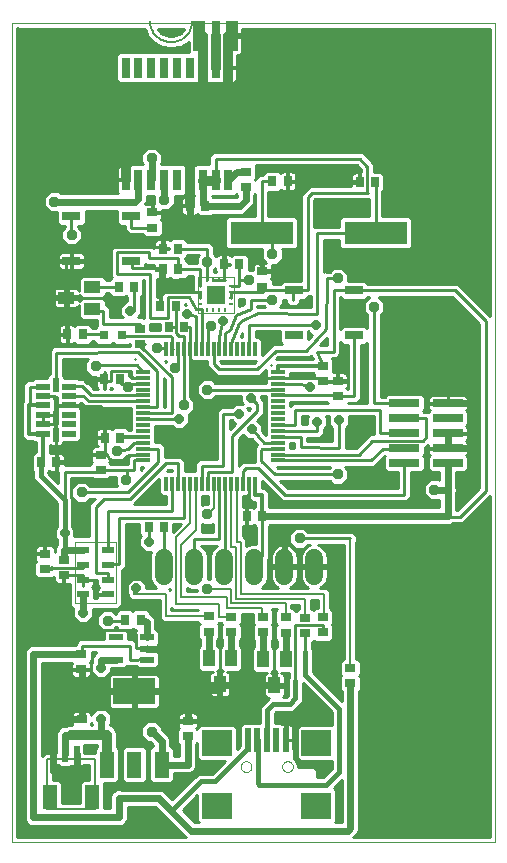
<source format=gtl>
G75*
G70*
%OFA0B0*%
%FSLAX24Y24*%
%IPPOS*%
%LPD*%
%AMOC8*
5,1,8,0,0,1.08239X$1,22.5*
%
%ADD10C,0.0000*%
%ADD11R,0.0451X0.0217*%
%ADD12R,0.0217X0.0451*%
%ADD13R,0.0413X0.0217*%
%ADD14C,0.0020*%
%ADD15R,0.0354X0.0276*%
%ADD16R,0.0315X0.0709*%
%ADD17R,0.0276X0.0709*%
%ADD18R,0.0118X0.0472*%
%ADD19R,0.0472X0.0118*%
%ADD20R,0.0480X0.0880*%
%ADD21R,0.1417X0.0866*%
%ADD22R,0.0472X0.0217*%
%ADD23R,0.0984X0.0866*%
%ADD24R,0.0197X0.0787*%
%ADD25R,0.0098X0.0157*%
%ADD26R,0.0630X0.0630*%
%ADD27R,0.0157X0.0098*%
%ADD28C,0.0005*%
%ADD29C,0.0600*%
%ADD30R,0.0276X0.0354*%
%ADD31R,0.2100X0.0760*%
%ADD32R,0.0600X0.0300*%
%ADD33R,0.0551X0.0394*%
%ADD34R,0.0394X0.0551*%
%ADD35R,0.1024X0.0256*%
%ADD36R,0.0315X0.0315*%
%ADD37C,0.0050*%
%ADD38R,0.0472X0.0787*%
%ADD39R,0.0197X0.0531*%
%ADD40R,0.0315X0.0984*%
%ADD41R,0.0394X0.0984*%
%ADD42C,0.0240*%
%ADD43C,0.0100*%
%ADD44C,0.0120*%
%ADD45OC8,0.0317*%
%ADD46C,0.0320*%
%ADD47OC8,0.0356*%
%ADD48C,0.0160*%
%ADD49C,0.0059*%
D10*
X000702Y002192D02*
X000702Y029507D01*
X016812Y029507D01*
X016792Y002192D01*
X000702Y002192D01*
X008328Y004719D02*
X008330Y004745D01*
X008336Y004771D01*
X008346Y004796D01*
X008359Y004819D01*
X008375Y004839D01*
X008395Y004857D01*
X008417Y004872D01*
X008440Y004884D01*
X008466Y004892D01*
X008492Y004896D01*
X008518Y004896D01*
X008544Y004892D01*
X008570Y004884D01*
X008594Y004872D01*
X008615Y004857D01*
X008635Y004839D01*
X008651Y004819D01*
X008664Y004796D01*
X008674Y004771D01*
X008680Y004745D01*
X008682Y004719D01*
X008680Y004693D01*
X008674Y004667D01*
X008664Y004642D01*
X008651Y004619D01*
X008635Y004599D01*
X008615Y004581D01*
X008593Y004566D01*
X008570Y004554D01*
X008544Y004546D01*
X008518Y004542D01*
X008492Y004542D01*
X008466Y004546D01*
X008440Y004554D01*
X008416Y004566D01*
X008395Y004581D01*
X008375Y004599D01*
X008359Y004619D01*
X008346Y004642D01*
X008336Y004667D01*
X008330Y004693D01*
X008328Y004719D01*
X009706Y004719D02*
X009708Y004745D01*
X009714Y004771D01*
X009724Y004796D01*
X009737Y004819D01*
X009753Y004839D01*
X009773Y004857D01*
X009795Y004872D01*
X009818Y004884D01*
X009844Y004892D01*
X009870Y004896D01*
X009896Y004896D01*
X009922Y004892D01*
X009948Y004884D01*
X009972Y004872D01*
X009993Y004857D01*
X010013Y004839D01*
X010029Y004819D01*
X010042Y004796D01*
X010052Y004771D01*
X010058Y004745D01*
X010060Y004719D01*
X010058Y004693D01*
X010052Y004667D01*
X010042Y004642D01*
X010029Y004619D01*
X010013Y004599D01*
X009993Y004581D01*
X009971Y004566D01*
X009948Y004554D01*
X009922Y004546D01*
X009896Y004542D01*
X009870Y004542D01*
X009844Y004546D01*
X009818Y004554D01*
X009794Y004566D01*
X009773Y004581D01*
X009753Y004599D01*
X009737Y004619D01*
X009724Y004642D01*
X009714Y004667D01*
X009708Y004693D01*
X009706Y004719D01*
D11*
X002587Y015814D03*
X002587Y016129D03*
X002587Y016444D03*
X002587Y016759D03*
X002587Y017074D03*
X002585Y017389D03*
X001721Y017389D03*
X001721Y017074D03*
X001721Y016759D03*
X001721Y016444D03*
X001721Y016129D03*
X001721Y015814D03*
D12*
X002154Y015775D03*
X002154Y017428D03*
D13*
X003072Y011936D03*
X003072Y011444D03*
X003072Y010952D03*
X003072Y010460D03*
X003898Y010460D03*
X003898Y010952D03*
X003898Y011444D03*
X003898Y011936D03*
D14*
X004174Y012212D02*
X004174Y010164D01*
X002796Y010164D01*
X002796Y012192D01*
X002796Y012212D02*
X004174Y012212D01*
D15*
X003654Y014601D03*
X003654Y015113D03*
X002426Y011605D03*
X002426Y011093D03*
X001796Y011306D03*
X001796Y011818D03*
X003009Y008471D03*
X003009Y007960D03*
X003017Y006290D03*
X003017Y005778D03*
X006556Y005727D03*
X006556Y006239D03*
X007257Y009219D03*
X007257Y009731D03*
X008005Y009715D03*
X008005Y009204D03*
X009068Y009196D03*
X009068Y009708D03*
X009816Y009700D03*
X009816Y009188D03*
X010477Y009168D03*
X010477Y009680D03*
X011060Y009704D03*
X011060Y009192D03*
X011981Y008007D03*
X011981Y007495D03*
X011560Y017062D03*
X011560Y017574D03*
X011068Y017558D03*
X011068Y018070D03*
X009048Y020715D03*
X009048Y021227D03*
X008483Y024045D03*
X008483Y024556D03*
X005376Y023197D03*
X005376Y022685D03*
X004965Y019314D03*
X004965Y018802D03*
D16*
X004901Y024276D03*
X005334Y024276D03*
X005767Y024276D03*
X006200Y024276D03*
X006633Y024276D03*
X007066Y024276D03*
X007499Y024276D03*
X007499Y028016D03*
X007066Y028016D03*
X006633Y028016D03*
X006200Y028016D03*
X005767Y028016D03*
X005334Y028016D03*
X004901Y028016D03*
D17*
X004487Y028016D03*
X004487Y024276D03*
X007913Y024276D03*
X007913Y028016D03*
D18*
X008009Y018645D03*
X008206Y018645D03*
X008402Y018645D03*
X008599Y018645D03*
X008796Y018645D03*
X007812Y018645D03*
X007615Y018645D03*
X007418Y018645D03*
X007221Y018645D03*
X007024Y018645D03*
X006828Y018645D03*
X006631Y018645D03*
X006434Y018645D03*
X006237Y018645D03*
X006040Y018645D03*
X005843Y018645D03*
X005843Y014156D03*
X006040Y014156D03*
X006237Y014156D03*
X006434Y014156D03*
X006631Y014156D03*
X006828Y014156D03*
X007024Y014156D03*
X007221Y014156D03*
X007418Y014156D03*
X007615Y014156D03*
X007812Y014156D03*
X008009Y014156D03*
X008206Y014156D03*
X008402Y014156D03*
X008599Y014156D03*
X008796Y014156D03*
D19*
X009564Y014924D03*
X009564Y015121D03*
X009564Y015318D03*
X009564Y015515D03*
X009564Y015712D03*
X009564Y015908D03*
X009564Y016105D03*
X009564Y016302D03*
X009564Y016499D03*
X009564Y016696D03*
X009564Y016893D03*
X009564Y017090D03*
X009564Y017286D03*
X009564Y017483D03*
X009564Y017680D03*
X009564Y017877D03*
X005076Y017877D03*
X005076Y017680D03*
X005076Y017483D03*
X005076Y017286D03*
X005076Y017090D03*
X005076Y016893D03*
X005076Y016696D03*
X005076Y016499D03*
X005076Y016302D03*
X005076Y016105D03*
X005076Y015908D03*
X005076Y015712D03*
X005076Y015515D03*
X005076Y015318D03*
X005076Y015121D03*
X005076Y014924D03*
D20*
X004776Y004787D03*
X003866Y004787D03*
X005686Y004787D03*
D21*
X004776Y007227D03*
D22*
X005190Y008282D03*
X005190Y008656D03*
X005190Y009030D03*
X004166Y009030D03*
X004166Y008282D03*
D23*
X007540Y005507D03*
X007540Y003420D03*
X010847Y003420D03*
X010847Y005507D03*
D24*
X009824Y005605D03*
X009509Y005605D03*
X009194Y005605D03*
X008879Y005605D03*
X008564Y005605D03*
D25*
X007788Y019928D03*
X007591Y019928D03*
X007394Y019928D03*
X007198Y019928D03*
X007198Y020952D03*
X007394Y020952D03*
X007591Y020952D03*
X007788Y020952D03*
D26*
X007493Y020440D03*
D27*
X008005Y020538D03*
X008005Y020341D03*
X008005Y020145D03*
X008005Y020735D03*
X006981Y020735D03*
X006981Y020538D03*
X006981Y020341D03*
X006981Y020145D03*
D28*
X006902Y019849D02*
X008083Y019849D01*
X008083Y021030D01*
X006902Y021030D01*
X006902Y019849D01*
D29*
X006769Y011677D02*
X006769Y011077D01*
X007769Y011077D02*
X007769Y011677D01*
X008769Y011677D02*
X008769Y011077D01*
X009769Y011077D02*
X009769Y011677D01*
X010769Y011677D02*
X010769Y011077D01*
X005769Y011077D02*
X005769Y011677D01*
D30*
X005765Y012715D03*
X005253Y012715D03*
X004304Y015688D03*
X003792Y015688D03*
X003776Y017625D03*
X004288Y017625D03*
X003052Y019133D03*
X002540Y019133D03*
X004257Y020708D03*
X004769Y020708D03*
X005639Y020058D03*
X006150Y020058D03*
X005930Y019361D03*
X006442Y019361D03*
X006245Y021290D03*
X006237Y021979D03*
X005725Y021979D03*
X005733Y021290D03*
X006633Y023410D03*
X007145Y023410D03*
X007765Y021467D03*
X008276Y021467D03*
X009375Y024231D03*
X009887Y024231D03*
X012288Y024200D03*
X012800Y024200D03*
X009032Y013058D03*
X008520Y013058D03*
X004985Y009621D03*
X004473Y009621D03*
X002170Y014857D03*
X001658Y014857D03*
D31*
X009026Y022507D03*
X012826Y022507D03*
D32*
X012107Y020591D03*
X012107Y019091D03*
X010107Y019091D03*
X010107Y020591D03*
X004680Y021570D03*
X004680Y023070D03*
X002680Y023070D03*
X002680Y021570D03*
D33*
X002513Y020341D03*
X003379Y019967D03*
X003379Y020715D03*
D34*
X007253Y008334D03*
X007627Y007467D03*
X008001Y008334D03*
X009068Y008294D03*
X009442Y007428D03*
X009816Y008294D03*
D35*
X013776Y014830D03*
X013776Y015330D03*
X013776Y015830D03*
X013776Y016330D03*
X013776Y016830D03*
X015233Y016830D03*
X015233Y016330D03*
X015233Y015830D03*
X015233Y015330D03*
X015233Y014830D03*
D36*
X004363Y019101D03*
X003772Y019101D03*
D37*
X005294Y029579D02*
X005296Y029527D01*
X005302Y029476D01*
X005311Y029425D01*
X005324Y029375D01*
X005341Y029326D01*
X005361Y029278D01*
X005385Y029232D01*
X005412Y029188D01*
X005442Y029146D01*
X005475Y029106D01*
X005511Y029069D01*
X005549Y029034D01*
X005590Y029002D01*
X005634Y028974D01*
X005679Y028948D01*
X005726Y028926D01*
X005774Y028908D01*
X005824Y028893D01*
X005874Y028882D01*
X005925Y028874D01*
X005977Y028870D01*
X006029Y028870D01*
X006081Y028874D01*
X006132Y028882D01*
X006182Y028893D01*
X006232Y028908D01*
X006280Y028926D01*
X006327Y028948D01*
X006372Y028974D01*
X006416Y029002D01*
X006457Y029034D01*
X006495Y029069D01*
X006531Y029106D01*
X006564Y029146D01*
X006594Y029188D01*
X006621Y029232D01*
X006645Y029278D01*
X006665Y029326D01*
X006682Y029375D01*
X006695Y029425D01*
X006704Y029476D01*
X006710Y029527D01*
X006712Y029579D01*
X003454Y004973D02*
X001879Y004973D01*
X001879Y003300D01*
X003454Y003300D01*
X003454Y004973D01*
D38*
X003375Y003694D03*
X001957Y003694D03*
D39*
X002469Y005141D03*
X002863Y005141D03*
D40*
X007499Y029079D03*
D41*
X008031Y029079D03*
X006948Y029079D03*
D42*
X005363Y025003D02*
X005363Y024305D01*
X005334Y024276D01*
X005767Y024276D02*
X005767Y023615D01*
X005776Y023605D01*
X004901Y023635D02*
X004901Y024276D01*
X004901Y023635D02*
X004812Y023546D01*
X002115Y023546D01*
X006627Y023404D02*
X006627Y022562D01*
X006627Y023404D02*
X006633Y023410D01*
X007066Y023489D02*
X007066Y024256D01*
X007066Y024276D02*
X007499Y024276D01*
X007913Y024276D02*
X008193Y024556D01*
X008483Y024556D01*
X008483Y024045D02*
X008483Y023596D01*
X008300Y023412D01*
X007147Y023412D01*
X007145Y023410D01*
X007066Y023489D01*
X009060Y013078D02*
X009060Y013074D01*
X015225Y013074D01*
X015225Y014830D01*
X015233Y014830D01*
X015233Y015330D02*
X015233Y015338D01*
X016091Y015338D01*
X016091Y016834D01*
X016091Y017444D01*
X016036Y017444D01*
X016091Y016834D02*
X015233Y016834D01*
X015233Y016830D01*
X015233Y015830D02*
X015233Y015338D01*
X015233Y013944D02*
X014772Y013944D01*
X014772Y013948D01*
X011981Y007495D02*
X011981Y002684D01*
X011883Y002586D01*
X006674Y002586D01*
X006011Y003249D01*
X005595Y003664D01*
X004272Y003664D01*
X004261Y003676D01*
X004261Y003034D01*
X001406Y003034D01*
X001406Y008467D01*
X003009Y008467D01*
X003009Y008471D01*
X003040Y008471D01*
X003017Y007960D02*
X003009Y007960D01*
X003017Y007960D02*
X003017Y007227D01*
X004776Y007227D01*
X006308Y007227D01*
X006308Y008645D01*
X005757Y008645D01*
X005209Y008645D01*
X005190Y009030D02*
X005190Y009534D01*
X004985Y009621D01*
X004166Y008282D02*
X003670Y008282D01*
X003670Y007995D01*
X003017Y007227D02*
X003017Y006290D01*
X002056Y006290D01*
X002056Y004570D01*
X002863Y004570D01*
X002863Y005141D01*
X002469Y005141D02*
X002469Y005778D01*
X002804Y005778D01*
X003670Y005778D02*
X003670Y006322D01*
X005363Y005889D02*
X005686Y005565D01*
X005686Y004787D01*
X006556Y004787D01*
X006556Y004786D01*
X006556Y004787D02*
X006556Y005727D01*
X006556Y006239D02*
X006556Y006735D01*
X006580Y006759D01*
X006603Y006735D01*
X006556Y006735D02*
X006556Y007227D01*
X006600Y007271D01*
X007627Y007271D01*
X007627Y007467D01*
X007627Y007428D01*
X009442Y007428D01*
X009816Y008294D02*
X009816Y009188D01*
X009068Y009196D02*
X009068Y008294D01*
X008001Y008334D02*
X008001Y009204D01*
X008005Y009204D01*
X007257Y009219D02*
X007253Y009219D01*
X007253Y008334D01*
X006556Y007227D02*
X006308Y007227D01*
X003060Y009845D02*
X003060Y010460D01*
X003072Y010460D01*
X002426Y011605D02*
X002426Y011936D01*
X003072Y011936D01*
X009835Y006286D02*
X009993Y006444D01*
X010898Y006444D01*
D43*
X011171Y006723D02*
X010232Y006723D01*
X010288Y006779D02*
X010358Y006849D01*
X010396Y006941D01*
X010396Y007498D01*
X011357Y006537D01*
X011357Y006110D01*
X010285Y006110D01*
X010185Y006010D01*
X010185Y005003D01*
X010285Y004904D01*
X011357Y004904D01*
X011357Y004658D01*
X011070Y004371D01*
X010879Y004371D01*
X010879Y004613D01*
X010780Y004712D01*
X010230Y004712D01*
X010230Y004788D01*
X010177Y004916D01*
X010092Y005001D01*
X010092Y005272D01*
X010072Y005292D01*
X010072Y005605D01*
X009824Y005605D01*
X009824Y005605D01*
X010072Y005605D01*
X010072Y006019D01*
X010062Y006057D01*
X010042Y006091D01*
X010014Y006119D01*
X009980Y006139D01*
X009942Y006149D01*
X009824Y006149D01*
X009824Y005605D01*
X009824Y005605D01*
X009824Y006149D01*
X009705Y006149D01*
X009699Y006147D01*
X009678Y006169D01*
X009456Y006169D01*
X009456Y006498D01*
X009506Y006548D01*
X010003Y006548D01*
X010095Y006586D01*
X010288Y006779D01*
X010330Y006821D02*
X011073Y006821D01*
X010974Y006920D02*
X010388Y006920D01*
X010396Y007018D02*
X010876Y007018D01*
X010777Y007117D02*
X010396Y007117D01*
X010396Y007215D02*
X010679Y007215D01*
X010580Y007314D02*
X010396Y007314D01*
X010396Y007412D02*
X010482Y007412D01*
X010146Y007582D02*
X010146Y009432D01*
X011060Y009432D01*
X011060Y009192D01*
X010780Y008916D02*
X010812Y008884D01*
X011307Y008884D01*
X011407Y008984D01*
X011407Y009400D01*
X011359Y009448D01*
X011407Y009495D01*
X011407Y009912D01*
X011307Y010011D01*
X011291Y010011D01*
X011291Y010558D01*
X011174Y010675D01*
X010971Y010675D01*
X011004Y010692D01*
X011062Y010734D01*
X011112Y010784D01*
X011153Y010841D01*
X011186Y010904D01*
X011207Y010972D01*
X011219Y011041D01*
X011219Y011327D01*
X010819Y011327D01*
X010819Y011427D01*
X011219Y011427D01*
X011219Y011712D01*
X011207Y011782D01*
X011186Y011850D01*
X011153Y011913D01*
X011112Y011970D01*
X011062Y012020D01*
X011004Y012062D01*
X010941Y012094D01*
X010905Y012106D01*
X011778Y012106D01*
X011778Y008315D01*
X011734Y008315D01*
X011634Y008215D01*
X011634Y007799D01*
X011682Y007751D01*
X011634Y007703D01*
X011634Y007287D01*
X011691Y007230D01*
X011691Y006910D01*
X010727Y007874D01*
X010727Y008596D01*
X010697Y008668D01*
X010697Y008860D01*
X010725Y008860D01*
X010780Y008916D01*
X010754Y008890D02*
X010806Y008890D01*
X010697Y008791D02*
X011778Y008791D01*
X011778Y008693D02*
X010697Y008693D01*
X010727Y008594D02*
X011778Y008594D01*
X011778Y008496D02*
X010727Y008496D01*
X010727Y008397D02*
X011778Y008397D01*
X011718Y008299D02*
X010727Y008299D01*
X010727Y008200D02*
X011634Y008200D01*
X011634Y008102D02*
X010727Y008102D01*
X010727Y008003D02*
X011634Y008003D01*
X011634Y007905D02*
X010727Y007905D01*
X010795Y007806D02*
X011634Y007806D01*
X011639Y007708D02*
X010893Y007708D01*
X010992Y007609D02*
X011634Y007609D01*
X011634Y007511D02*
X011090Y007511D01*
X011189Y007412D02*
X011634Y007412D01*
X011634Y007314D02*
X011287Y007314D01*
X011386Y007215D02*
X011691Y007215D01*
X011691Y007117D02*
X011484Y007117D01*
X011583Y007018D02*
X011691Y007018D01*
X011681Y006920D02*
X011691Y006920D01*
X011270Y006624D02*
X010133Y006624D01*
X009850Y007048D02*
X009746Y007048D01*
X009759Y007060D01*
X009778Y007095D01*
X009789Y007133D01*
X009789Y007380D01*
X009490Y007380D01*
X009490Y007477D01*
X009393Y007477D01*
X009393Y007854D01*
X009340Y007854D01*
X009435Y007948D01*
X009435Y008640D01*
X009358Y008717D01*
X009358Y008930D01*
X009415Y008988D01*
X009469Y008988D01*
X009469Y008980D02*
X009526Y008923D01*
X009526Y008717D01*
X009449Y008640D01*
X009449Y007948D01*
X009543Y007854D01*
X009490Y007854D01*
X009490Y007477D01*
X009789Y007477D01*
X009789Y007723D01*
X009778Y007762D01*
X009759Y007796D01*
X009731Y007824D01*
X009696Y007843D01*
X009677Y007849D01*
X009926Y007849D01*
X009926Y007704D01*
X009896Y007631D01*
X009896Y007095D01*
X009850Y007048D01*
X009896Y007117D02*
X009784Y007117D01*
X009789Y007215D02*
X009896Y007215D01*
X009896Y007314D02*
X009789Y007314D01*
X009896Y007412D02*
X009490Y007412D01*
X009393Y007412D02*
X007974Y007412D01*
X007974Y007419D02*
X007675Y007419D01*
X007675Y007042D01*
X007843Y007042D01*
X007882Y007052D01*
X007916Y007072D01*
X007944Y007100D01*
X007963Y007134D01*
X007974Y007172D01*
X007974Y007419D01*
X007974Y007516D02*
X007974Y007763D01*
X007963Y007801D01*
X007944Y007835D01*
X007916Y007863D01*
X007882Y007883D01*
X007862Y007888D01*
X008268Y007888D01*
X008368Y007988D01*
X008368Y008680D01*
X008291Y008756D01*
X008291Y008934D01*
X008352Y008995D01*
X008352Y009412D01*
X008304Y009460D01*
X008352Y009507D01*
X008352Y009803D01*
X008721Y009803D01*
X008721Y009499D01*
X008768Y009452D01*
X008721Y009404D01*
X008721Y008988D01*
X008345Y008988D01*
X008352Y009087D02*
X008721Y009087D01*
X008721Y009185D02*
X008352Y009185D01*
X008352Y009284D02*
X008721Y009284D01*
X008721Y009382D02*
X008352Y009382D01*
X008325Y009481D02*
X008739Y009481D01*
X008721Y009579D02*
X008352Y009579D01*
X008352Y009678D02*
X008721Y009678D01*
X008721Y009776D02*
X008352Y009776D01*
X008005Y009715D02*
X007985Y009715D01*
X007705Y009460D02*
X007658Y009412D01*
X007658Y008995D01*
X007711Y008942D01*
X007711Y008756D01*
X007634Y008680D01*
X007634Y007988D01*
X007728Y007893D01*
X007675Y007893D01*
X007675Y007516D01*
X007578Y007516D01*
X007578Y007419D01*
X007280Y007419D01*
X007280Y007172D01*
X007290Y007134D01*
X007310Y007100D01*
X007338Y007072D01*
X007372Y007052D01*
X007410Y007042D01*
X007578Y007042D01*
X007578Y007419D01*
X007675Y007419D01*
X007675Y007516D01*
X007974Y007516D01*
X007974Y007609D02*
X009095Y007609D01*
X009095Y007511D02*
X007675Y007511D01*
X007578Y007511D02*
X005635Y007511D01*
X005635Y007609D02*
X007280Y007609D01*
X007280Y007516D02*
X007578Y007516D01*
X007578Y007893D01*
X007525Y007893D01*
X007620Y007988D01*
X007620Y008680D01*
X007543Y008756D01*
X007543Y008950D01*
X007604Y009011D01*
X007604Y009428D01*
X007556Y009475D01*
X007597Y009516D01*
X007658Y009516D01*
X007658Y009507D01*
X007705Y009460D01*
X007684Y009481D02*
X007562Y009481D01*
X007604Y009382D02*
X007658Y009382D01*
X007658Y009284D02*
X007604Y009284D01*
X007604Y009185D02*
X007658Y009185D01*
X007658Y009087D02*
X007604Y009087D01*
X007581Y008988D02*
X007665Y008988D01*
X007711Y008890D02*
X007543Y008890D01*
X007543Y008791D02*
X007711Y008791D01*
X007647Y008693D02*
X007606Y008693D01*
X007620Y008594D02*
X007634Y008594D01*
X007620Y008496D02*
X007634Y008496D01*
X007620Y008397D02*
X007634Y008397D01*
X007620Y008299D02*
X007634Y008299D01*
X007620Y008200D02*
X007634Y008200D01*
X007620Y008102D02*
X007634Y008102D01*
X007620Y008003D02*
X007634Y008003D01*
X007717Y007905D02*
X007537Y007905D01*
X007578Y007806D02*
X007675Y007806D01*
X007675Y007708D02*
X007578Y007708D01*
X007578Y007609D02*
X007675Y007609D01*
X007675Y007412D02*
X007578Y007412D01*
X007578Y007314D02*
X007675Y007314D01*
X007675Y007215D02*
X007578Y007215D01*
X007578Y007117D02*
X007675Y007117D01*
X007954Y007117D02*
X009099Y007117D01*
X009095Y007133D02*
X009105Y007095D01*
X009125Y007060D01*
X009153Y007032D01*
X009187Y007013D01*
X009225Y007002D01*
X009253Y007002D01*
X009190Y006940D01*
X008994Y006743D01*
X008956Y006651D01*
X008956Y006169D01*
X008395Y006169D01*
X008295Y006069D01*
X008295Y005649D01*
X008286Y005627D01*
X008286Y005606D01*
X008281Y005586D01*
X008286Y005557D01*
X008286Y005528D01*
X008294Y005508D01*
X008295Y005502D01*
X008295Y005415D01*
X008202Y005322D01*
X008202Y006010D01*
X008103Y006110D01*
X006978Y006110D01*
X006878Y006010D01*
X006878Y005961D01*
X006841Y005997D01*
X006853Y006009D01*
X006873Y006043D01*
X006883Y006082D01*
X006883Y006220D01*
X006575Y006220D01*
X006575Y006258D01*
X006883Y006258D01*
X006883Y006397D01*
X006873Y006435D01*
X006853Y006469D01*
X006825Y006497D01*
X006791Y006517D01*
X006753Y006527D01*
X006575Y006527D01*
X006575Y006258D01*
X006537Y006258D01*
X006537Y006220D01*
X006229Y006220D01*
X006229Y006082D01*
X006239Y006043D01*
X006259Y006009D01*
X006271Y005997D01*
X006209Y005936D01*
X006209Y005519D01*
X006266Y005462D01*
X006266Y005077D01*
X006096Y005077D01*
X006096Y005297D01*
X005997Y005397D01*
X005976Y005397D01*
X005976Y005623D01*
X005932Y005730D01*
X005711Y005951D01*
X005711Y006033D01*
X005507Y006237D01*
X005219Y006237D01*
X005015Y006033D01*
X005015Y005745D01*
X005219Y005541D01*
X005301Y005541D01*
X005396Y005445D01*
X005396Y005397D01*
X005376Y005397D01*
X005276Y005297D01*
X005276Y004276D01*
X005376Y004177D01*
X005997Y004177D01*
X006096Y004276D01*
X006096Y004497D01*
X006498Y004497D01*
X006499Y004496D01*
X006614Y004496D01*
X006721Y004541D01*
X006802Y004622D01*
X006846Y004729D01*
X006846Y004844D01*
X006846Y004845D01*
X006846Y005462D01*
X006878Y005494D01*
X006878Y005003D01*
X006978Y004904D01*
X007784Y004904D01*
X007370Y004489D01*
X006951Y004489D01*
X006859Y004451D01*
X006039Y003631D01*
X005760Y003910D01*
X005653Y003954D01*
X004347Y003954D01*
X004318Y003966D01*
X004203Y003966D01*
X004096Y003922D01*
X004015Y003840D01*
X003971Y003734D01*
X003971Y003324D01*
X003781Y003324D01*
X003781Y004158D01*
X003762Y004177D01*
X004177Y004177D01*
X004276Y004276D01*
X004276Y005297D01*
X004196Y005377D01*
X004196Y005844D01*
X004146Y005965D01*
X004053Y006058D01*
X003960Y006097D01*
X003960Y006147D01*
X003999Y006186D01*
X003999Y006458D01*
X003806Y006650D01*
X003534Y006650D01*
X003342Y006458D01*
X003342Y006455D01*
X003333Y006486D01*
X003314Y006520D01*
X003286Y006548D01*
X003252Y006568D01*
X003213Y006578D01*
X003035Y006578D01*
X003035Y006309D01*
X002998Y006309D01*
X002998Y006578D01*
X002820Y006578D01*
X002781Y006568D01*
X002747Y006548D01*
X002719Y006520D01*
X002700Y006486D01*
X002689Y006448D01*
X002689Y006309D01*
X002998Y006309D01*
X002998Y006271D01*
X002689Y006271D01*
X002689Y006133D01*
X002696Y006108D01*
X002600Y006108D01*
X002504Y006068D01*
X002412Y006068D01*
X002305Y006024D01*
X002223Y005943D01*
X002179Y005836D01*
X002179Y005168D01*
X001798Y005168D01*
X001696Y005067D01*
X001696Y008177D01*
X002705Y008177D01*
X002692Y008155D01*
X002681Y008117D01*
X002681Y007978D01*
X002990Y007978D01*
X002990Y007941D01*
X002681Y007941D01*
X002681Y007802D01*
X002692Y007764D01*
X002711Y007730D01*
X002739Y007702D01*
X002774Y007682D01*
X002812Y007672D01*
X002990Y007672D01*
X002990Y007941D01*
X003028Y007941D01*
X003028Y007978D01*
X003336Y007978D01*
X003336Y008117D01*
X003326Y008155D01*
X003306Y008189D01*
X003294Y008201D01*
X003356Y008263D01*
X003356Y008530D01*
X003509Y008530D01*
X003506Y008528D01*
X003424Y008447D01*
X003380Y008340D01*
X003380Y008169D01*
X003342Y008131D01*
X003342Y007859D01*
X003534Y007667D01*
X003806Y007667D01*
X003999Y007859D01*
X003999Y007992D01*
X004224Y007992D01*
X004252Y008004D01*
X004473Y008004D01*
X004539Y008071D01*
X004544Y008066D01*
X004545Y008066D01*
X004635Y008066D01*
X004726Y008066D01*
X004726Y008067D01*
X004820Y008068D01*
X004883Y008004D01*
X005496Y008004D01*
X005596Y008104D01*
X005596Y008461D01*
X005566Y008491D01*
X005576Y008528D01*
X005576Y008652D01*
X005194Y008652D01*
X005194Y008661D01*
X005194Y008740D01*
X005186Y008740D01*
X005186Y008661D01*
X005194Y008661D01*
X005576Y008661D01*
X005576Y008784D01*
X005566Y008822D01*
X005596Y008852D01*
X005596Y009209D01*
X005496Y009309D01*
X005480Y009309D01*
X005480Y009533D01*
X005480Y009590D01*
X005480Y009591D01*
X005480Y009592D01*
X005458Y009644D01*
X005437Y009697D01*
X005436Y009698D01*
X005436Y009699D01*
X005396Y009739D01*
X005356Y009779D01*
X005355Y009779D01*
X005354Y009780D01*
X005302Y009802D01*
X005293Y009806D01*
X005293Y009869D01*
X005193Y009968D01*
X004777Y009968D01*
X004729Y009920D01*
X004681Y009968D01*
X004265Y009968D01*
X004165Y009869D01*
X004165Y009802D01*
X004159Y009802D01*
X004031Y009930D01*
X003742Y009930D01*
X003539Y009726D01*
X003539Y009437D01*
X003742Y009234D01*
X003784Y009234D01*
X003760Y009209D01*
X003760Y008969D01*
X003132Y008971D01*
X003131Y008971D01*
X003040Y008971D01*
X002950Y008971D01*
X002949Y008971D01*
X002885Y008907D01*
X002820Y008843D01*
X002820Y008842D01*
X002820Y008779D01*
X002761Y008779D01*
X002739Y008757D01*
X001349Y008757D01*
X001242Y008713D01*
X001160Y008632D01*
X001116Y008525D01*
X001116Y002977D01*
X001160Y002870D01*
X001242Y002789D01*
X001349Y002744D01*
X004318Y002744D01*
X004425Y002789D01*
X004506Y002870D01*
X004551Y002977D01*
X004551Y003374D01*
X005476Y003374D01*
X005475Y003374D02*
X005765Y003085D01*
X006428Y002421D01*
X006488Y002362D01*
X000872Y002362D01*
X000872Y029337D01*
X000879Y029337D01*
X000898Y029318D01*
X005137Y029318D01*
X005208Y029120D01*
X005413Y028876D01*
X005413Y028876D01*
X005413Y028876D01*
X005689Y028717D01*
X005689Y028717D01*
X006003Y028662D01*
X006317Y028717D01*
X006593Y028876D01*
X006593Y028876D01*
X006601Y028886D01*
X006601Y028567D01*
X006608Y028541D01*
X004279Y028541D01*
X004180Y028441D01*
X004180Y027592D01*
X004279Y027492D01*
X006861Y027492D01*
X006883Y027514D01*
X006889Y027512D01*
X007037Y027512D01*
X007037Y027988D01*
X007095Y027988D01*
X007095Y027512D01*
X007243Y027512D01*
X007250Y027514D01*
X007271Y027492D01*
X007727Y027492D01*
X007749Y027514D01*
X007755Y027512D01*
X007894Y027512D01*
X007894Y027997D01*
X007931Y027997D01*
X007931Y027512D01*
X008070Y027512D01*
X008108Y027522D01*
X008142Y027542D01*
X008170Y027570D01*
X008190Y027604D01*
X008200Y027642D01*
X008200Y027997D01*
X007932Y027997D01*
X007932Y028035D01*
X008200Y028035D01*
X008200Y028390D01*
X008190Y028429D01*
X008185Y028437D01*
X008247Y028437D01*
X008285Y028447D01*
X008320Y028467D01*
X008348Y028495D01*
X008367Y028529D01*
X008378Y028567D01*
X008378Y029031D01*
X008079Y029031D01*
X008079Y029128D01*
X008378Y029128D01*
X008378Y029318D01*
X016642Y029318D01*
X016635Y019739D01*
X015685Y020689D01*
X015556Y020817D01*
X012572Y020817D01*
X012478Y020911D01*
X011904Y020911D01*
X011904Y021147D01*
X011700Y021351D01*
X011412Y021351D01*
X011284Y021223D01*
X011195Y021223D01*
X011105Y021224D01*
X011104Y021223D01*
X011103Y021223D01*
X011095Y021215D01*
X011095Y022280D01*
X011606Y022282D01*
X011606Y022056D01*
X011706Y021957D01*
X013946Y021957D01*
X014046Y022056D01*
X014046Y022957D01*
X013946Y023057D01*
X013046Y023057D01*
X013046Y023890D01*
X013108Y023952D01*
X013108Y024447D01*
X013008Y024547D01*
X012768Y024547D01*
X012768Y024702D01*
X012772Y024787D01*
X012768Y024792D01*
X012768Y024799D01*
X012708Y024859D01*
X012516Y025072D01*
X012516Y025078D01*
X012456Y025139D01*
X012398Y025202D01*
X012392Y025202D01*
X012387Y025207D01*
X012302Y025207D01*
X012216Y025212D01*
X012212Y025207D01*
X007402Y025207D01*
X007273Y025078D01*
X007273Y024896D01*
X007279Y024890D01*
X007279Y024800D01*
X006838Y024800D01*
X006817Y024779D01*
X006810Y024780D01*
X006662Y024780D01*
X006662Y024305D01*
X006604Y024305D01*
X006604Y024780D01*
X006456Y024780D01*
X006450Y024779D01*
X006428Y024800D01*
X005653Y024800D01*
X005653Y024801D01*
X005711Y024859D01*
X005711Y025147D01*
X005507Y025351D01*
X005219Y025351D01*
X005015Y025147D01*
X005015Y024859D01*
X005073Y024801D01*
X005073Y024800D01*
X004673Y024800D01*
X004651Y024779D01*
X004645Y024780D01*
X004506Y024780D01*
X004506Y024295D01*
X004469Y024295D01*
X004469Y024780D01*
X004330Y024780D01*
X004292Y024770D01*
X004258Y024750D01*
X004230Y024723D01*
X004210Y024688D01*
X004200Y024650D01*
X000872Y024650D01*
X000872Y024748D02*
X004255Y024748D01*
X004200Y024650D02*
X004200Y024295D01*
X004468Y024295D01*
X004468Y024257D01*
X004200Y024257D01*
X004200Y023902D01*
X004210Y023864D01*
X004226Y023836D01*
X002317Y023836D01*
X002259Y023894D01*
X001971Y023894D01*
X001767Y023690D01*
X001767Y023402D01*
X001971Y023198D01*
X002210Y023198D01*
X002210Y022850D01*
X002309Y022750D01*
X002460Y022750D01*
X002460Y022710D01*
X002338Y022588D01*
X002338Y022300D01*
X002542Y022096D01*
X002830Y022096D01*
X003034Y022300D01*
X003034Y022588D01*
X002900Y022722D01*
X002900Y022750D01*
X003050Y022750D01*
X003150Y022850D01*
X003150Y023256D01*
X004210Y023256D01*
X004210Y022850D01*
X004309Y022750D01*
X004460Y022750D01*
X004460Y022594D01*
X004588Y022465D01*
X005040Y022465D01*
X005128Y022377D01*
X005623Y022377D01*
X005723Y022477D01*
X005723Y022893D01*
X005661Y022955D01*
X005673Y022967D01*
X005693Y023001D01*
X005703Y023039D01*
X005703Y023178D01*
X005394Y023178D01*
X005394Y023215D01*
X005357Y023215D01*
X005357Y023484D01*
X005179Y023484D01*
X005149Y023476D01*
X005191Y023577D01*
X005191Y023752D01*
X005431Y023752D01*
X005428Y023749D01*
X005428Y023484D01*
X005394Y023484D01*
X005394Y023215D01*
X005703Y023215D01*
X005703Y023257D01*
X005921Y023257D01*
X006124Y023461D01*
X006124Y023749D01*
X006122Y023752D01*
X006428Y023752D01*
X006450Y023773D01*
X006456Y023772D01*
X006604Y023772D01*
X006604Y024247D01*
X006662Y024247D01*
X006662Y023772D01*
X006776Y023772D01*
X006776Y023737D01*
X006652Y023737D01*
X006652Y023429D01*
X006614Y023429D01*
X006614Y023391D01*
X006345Y023391D01*
X006345Y023213D01*
X006355Y023175D01*
X006375Y023141D01*
X006403Y023113D01*
X006437Y023093D01*
X006476Y023083D01*
X006614Y023083D01*
X006614Y023391D01*
X006652Y023391D01*
X006652Y023083D01*
X006791Y023083D01*
X006829Y023093D01*
X006863Y023113D01*
X006875Y023125D01*
X006937Y023063D01*
X007353Y023063D01*
X007413Y023122D01*
X008358Y023122D01*
X008464Y023166D01*
X008546Y023248D01*
X008729Y023432D01*
X008773Y023538D01*
X008773Y023779D01*
X008806Y023812D01*
X008806Y023057D01*
X007906Y023057D01*
X007806Y022957D01*
X007806Y022056D01*
X007906Y021957D01*
X009049Y021957D01*
X009031Y021938D01*
X009031Y021650D01*
X009166Y021515D01*
X009067Y021515D01*
X009067Y021246D01*
X009375Y021246D01*
X009375Y021385D01*
X009365Y021423D01*
X009352Y021446D01*
X009523Y021446D01*
X009727Y021650D01*
X009727Y021938D01*
X009708Y021957D01*
X010146Y021957D01*
X010246Y022056D01*
X010246Y022957D01*
X010146Y023057D01*
X009246Y023057D01*
X009246Y023884D01*
X009583Y023884D01*
X009645Y023946D01*
X009657Y023934D01*
X009691Y023914D01*
X009729Y023904D01*
X009868Y023904D01*
X009868Y024212D01*
X009906Y024212D01*
X009906Y024250D01*
X010174Y024250D01*
X010174Y024428D01*
X010164Y024466D01*
X010144Y024500D01*
X010117Y024528D01*
X010082Y024548D01*
X010044Y024558D01*
X009906Y024558D01*
X009906Y024250D01*
X009868Y024250D01*
X009868Y024558D01*
X009729Y024558D01*
X009691Y024548D01*
X009657Y024528D01*
X009645Y024517D01*
X009583Y024578D01*
X009167Y024578D01*
X009067Y024479D01*
X009067Y024451D01*
X008935Y024451D01*
X008806Y024322D01*
X008806Y024277D01*
X008783Y024301D01*
X008831Y024348D01*
X008831Y024765D01*
X008828Y024767D01*
X012198Y024767D01*
X012328Y024623D01*
X012328Y024527D01*
X012307Y024527D01*
X012307Y024219D01*
X012269Y024219D01*
X012269Y024527D01*
X012131Y024527D01*
X012092Y024517D01*
X012058Y024497D01*
X012030Y024469D01*
X012011Y024435D01*
X012000Y024397D01*
X012000Y024219D01*
X012269Y024219D01*
X012269Y024181D01*
X012000Y024181D01*
X012000Y024065D01*
X010618Y024065D01*
X010489Y023937D01*
X010336Y023783D01*
X010336Y020911D01*
X009737Y020911D01*
X009637Y020812D01*
X009637Y020811D01*
X009395Y020811D01*
X009395Y020924D01*
X009333Y020986D01*
X009345Y020997D01*
X009365Y021032D01*
X009375Y021070D01*
X009375Y021208D01*
X009067Y021208D01*
X009067Y021246D01*
X009029Y021246D01*
X009029Y021515D01*
X008851Y021515D01*
X008813Y021505D01*
X008779Y021485D01*
X008751Y021457D01*
X008731Y021423D01*
X008721Y021385D01*
X008721Y021276D01*
X008584Y021276D01*
X008584Y021715D01*
X008485Y021815D01*
X008068Y021815D01*
X008006Y021753D01*
X007994Y021765D01*
X007960Y021784D01*
X007922Y021795D01*
X007783Y021795D01*
X007783Y021486D01*
X007746Y021486D01*
X007746Y021795D01*
X007607Y021795D01*
X007569Y021784D01*
X007535Y021765D01*
X007507Y021737D01*
X007504Y021732D01*
X007418Y021818D01*
X007418Y022070D01*
X007289Y022199D01*
X006545Y022199D01*
X006545Y022227D01*
X006445Y022326D01*
X006029Y022326D01*
X005967Y022265D01*
X005955Y022276D01*
X005921Y022296D01*
X005883Y022306D01*
X005744Y022306D01*
X005744Y021998D01*
X005929Y021998D01*
X005929Y021960D01*
X005744Y021960D01*
X005744Y021998D01*
X005706Y021998D01*
X005706Y022306D01*
X005568Y022306D01*
X005530Y022296D01*
X005495Y022276D01*
X005467Y022249D01*
X005448Y022214D01*
X005437Y022176D01*
X005437Y022004D01*
X005350Y022091D01*
X004124Y022091D01*
X003995Y021963D01*
X003995Y021065D01*
X004027Y021033D01*
X003949Y020955D01*
X003949Y020935D01*
X003824Y020935D01*
X003824Y020983D01*
X003725Y021082D01*
X003033Y021082D01*
X002933Y020983D01*
X002933Y020577D01*
X002928Y020596D01*
X002908Y020630D01*
X002880Y020658D01*
X002846Y020678D01*
X002808Y020688D01*
X002561Y020688D01*
X002561Y020390D01*
X002464Y020390D01*
X002464Y020293D01*
X002087Y020293D01*
X002087Y020125D01*
X002097Y020087D01*
X002117Y020053D01*
X002145Y020025D01*
X002179Y020005D01*
X002217Y019995D01*
X002464Y019995D01*
X002464Y020293D01*
X002561Y020293D01*
X002561Y019995D01*
X002808Y019995D01*
X002846Y020005D01*
X002880Y020025D01*
X002908Y020053D01*
X002928Y020087D01*
X002933Y020106D01*
X002933Y019700D01*
X003033Y019601D01*
X003529Y019601D01*
X003529Y019413D01*
X003469Y019353D01*
X003360Y019353D01*
X003360Y019380D01*
X003260Y019480D01*
X002844Y019480D01*
X002782Y019418D01*
X002770Y019430D01*
X002736Y019450D01*
X002698Y019460D01*
X002559Y019460D01*
X002559Y019152D01*
X002521Y019152D01*
X002521Y019460D01*
X002383Y019460D01*
X002344Y019450D01*
X002310Y019430D01*
X002282Y019402D01*
X002263Y019368D01*
X002252Y019330D01*
X002252Y019152D01*
X002521Y019152D01*
X002521Y019114D01*
X002252Y019114D01*
X002252Y018936D01*
X002263Y018898D01*
X002282Y018864D01*
X002310Y018836D01*
X002344Y018816D01*
X002383Y018806D01*
X002521Y018806D01*
X002521Y019114D01*
X002559Y019114D01*
X002559Y018806D01*
X002698Y018806D01*
X002736Y018816D01*
X002770Y018836D01*
X002782Y018847D01*
X002844Y018786D01*
X003260Y018786D01*
X003360Y018885D01*
X003360Y018913D01*
X003445Y018913D01*
X003445Y018873D01*
X003545Y018774D01*
X004000Y018774D01*
X004068Y018841D01*
X004135Y018774D01*
X004591Y018774D01*
X004618Y018801D01*
X004618Y018752D01*
X002173Y018731D01*
X002083Y018731D01*
X002082Y018730D01*
X002081Y018730D01*
X002018Y018666D01*
X001954Y018602D01*
X001954Y018601D01*
X001953Y018600D01*
X001954Y018510D01*
X001954Y017802D01*
X001876Y017724D01*
X001876Y017667D01*
X001425Y017667D01*
X001367Y017609D01*
X001197Y017609D01*
X001068Y017480D01*
X001068Y016884D01*
X001039Y016854D01*
X001039Y015719D01*
X001173Y015584D01*
X001377Y015584D01*
X001425Y015536D01*
X001491Y015536D01*
X001491Y015204D01*
X001450Y015204D01*
X001350Y015105D01*
X001350Y014610D01*
X001400Y014560D01*
X001400Y014355D01*
X001438Y014263D01*
X001509Y014193D01*
X002200Y013502D01*
X002200Y012717D01*
X002121Y012639D01*
X002121Y012367D01*
X002200Y012288D01*
X002200Y012120D01*
X002180Y012100D01*
X002136Y011994D01*
X002136Y011871D01*
X002123Y011858D01*
X002123Y011975D01*
X002113Y012014D01*
X002093Y012048D01*
X002065Y012076D01*
X002031Y012095D01*
X001993Y012106D01*
X001815Y012106D01*
X001815Y011837D01*
X001777Y011837D01*
X001777Y012106D01*
X001599Y012106D01*
X001561Y012095D01*
X001527Y012076D01*
X001499Y012048D01*
X001479Y012014D01*
X001469Y011975D01*
X001469Y011837D01*
X001777Y011837D01*
X001777Y011799D01*
X001469Y011799D01*
X001469Y011660D01*
X001479Y011622D01*
X001499Y011588D01*
X001511Y011576D01*
X001449Y011514D01*
X001449Y011098D01*
X001548Y010998D01*
X002044Y010998D01*
X002099Y011053D01*
X002099Y010936D01*
X002109Y010898D01*
X002129Y010864D01*
X002157Y010836D01*
X002191Y010816D01*
X002229Y010806D01*
X002407Y010806D01*
X002407Y011075D01*
X002445Y011075D01*
X002445Y010806D01*
X002616Y010806D01*
X002616Y010090D01*
X002722Y009984D01*
X002734Y009984D01*
X002731Y009981D01*
X002731Y009709D01*
X002924Y009517D01*
X003196Y009517D01*
X003388Y009709D01*
X003388Y009981D01*
X003385Y009984D01*
X004249Y009984D01*
X004354Y010090D01*
X004354Y011259D01*
X004371Y011259D01*
X004500Y011388D01*
X004500Y012795D01*
X004945Y012795D01*
X004945Y012468D01*
X005003Y012410D01*
X004936Y012344D01*
X004936Y012072D01*
X005129Y011879D01*
X005344Y011879D01*
X005299Y011770D01*
X005299Y010983D01*
X005370Y010811D01*
X005502Y010678D01*
X005511Y010675D01*
X005176Y010675D01*
X005176Y010796D01*
X004983Y010989D01*
X004711Y010989D01*
X004519Y010796D01*
X004519Y010524D01*
X004542Y010501D01*
X004537Y010492D01*
X004553Y010444D01*
X004553Y010393D01*
X004578Y010368D01*
X004588Y010335D01*
X004634Y010312D01*
X004670Y010276D01*
X004705Y010276D01*
X004736Y010260D01*
X004784Y010276D01*
X005616Y010276D01*
X005616Y009649D01*
X005733Y009532D01*
X006910Y009532D01*
X006910Y009523D01*
X006957Y009475D01*
X006910Y009428D01*
X006910Y009011D01*
X006963Y008958D01*
X006963Y008756D01*
X006886Y008680D01*
X006886Y007988D01*
X006985Y007888D01*
X007391Y007888D01*
X007372Y007883D01*
X007338Y007863D01*
X007310Y007835D01*
X007290Y007801D01*
X007280Y007763D01*
X007280Y007516D01*
X007280Y007412D02*
X005635Y007412D01*
X005635Y007314D02*
X007280Y007314D01*
X007280Y007215D02*
X004826Y007215D01*
X004826Y007177D02*
X004826Y007277D01*
X004726Y007277D01*
X004726Y007177D01*
X003918Y007177D01*
X003918Y006774D01*
X003928Y006736D01*
X003948Y006702D01*
X003976Y006674D01*
X004010Y006654D01*
X004048Y006644D01*
X004726Y006644D01*
X004726Y007177D01*
X004826Y007177D01*
X004826Y006644D01*
X005505Y006644D01*
X005543Y006654D01*
X005577Y006674D01*
X005605Y006702D01*
X005625Y006736D01*
X005635Y006774D01*
X005635Y007177D01*
X004826Y007177D01*
X004826Y007117D02*
X004726Y007117D01*
X004726Y007215D02*
X001696Y007215D01*
X001696Y007117D02*
X003918Y007117D01*
X003918Y007018D02*
X001696Y007018D01*
X001696Y006920D02*
X003918Y006920D01*
X003918Y006821D02*
X001696Y006821D01*
X001696Y006723D02*
X003935Y006723D01*
X003832Y006624D02*
X008956Y006624D01*
X008956Y006526D02*
X006757Y006526D01*
X006875Y006427D02*
X008956Y006427D01*
X008956Y006329D02*
X006883Y006329D01*
X006883Y006132D02*
X008358Y006132D01*
X008295Y006033D02*
X008179Y006033D01*
X008202Y005935D02*
X008295Y005935D01*
X008295Y005836D02*
X008202Y005836D01*
X008202Y005738D02*
X008295Y005738D01*
X008291Y005639D02*
X008202Y005639D01*
X008202Y005541D02*
X008286Y005541D01*
X008295Y005442D02*
X008202Y005442D01*
X008202Y005344D02*
X008224Y005344D01*
X007732Y004851D02*
X006846Y004851D01*
X006846Y004753D02*
X007633Y004753D01*
X007535Y004654D02*
X006816Y004654D01*
X006736Y004556D02*
X007436Y004556D01*
X006931Y004950D02*
X006846Y004950D01*
X006846Y005048D02*
X006878Y005048D01*
X006878Y005147D02*
X006846Y005147D01*
X006846Y005245D02*
X006878Y005245D01*
X006878Y005344D02*
X006846Y005344D01*
X006846Y005442D02*
X006878Y005442D01*
X006867Y006033D02*
X006901Y006033D01*
X006575Y006230D02*
X008956Y006230D01*
X008985Y006723D02*
X005617Y006723D01*
X005635Y006821D02*
X009072Y006821D01*
X009171Y006920D02*
X005635Y006920D01*
X005635Y007018D02*
X009177Y007018D01*
X009095Y007133D02*
X009095Y007380D01*
X009393Y007380D01*
X009393Y007477D01*
X009095Y007477D01*
X009095Y007723D01*
X009105Y007762D01*
X009125Y007796D01*
X009153Y007824D01*
X009187Y007843D01*
X009206Y007849D01*
X008800Y007849D01*
X008701Y007948D01*
X008701Y008640D01*
X008778Y008717D01*
X008778Y008930D01*
X008721Y008988D01*
X008778Y008890D02*
X008291Y008890D01*
X008291Y008791D02*
X008778Y008791D01*
X008754Y008693D02*
X008354Y008693D01*
X008368Y008594D02*
X008701Y008594D01*
X008701Y008496D02*
X008368Y008496D01*
X008368Y008397D02*
X008701Y008397D01*
X008701Y008299D02*
X008368Y008299D01*
X008368Y008200D02*
X008701Y008200D01*
X008701Y008102D02*
X008368Y008102D01*
X008368Y008003D02*
X008701Y008003D01*
X008744Y007905D02*
X008285Y007905D01*
X007960Y007806D02*
X009135Y007806D01*
X009095Y007708D02*
X007974Y007708D01*
X007974Y007314D02*
X009095Y007314D01*
X009095Y007215D02*
X007974Y007215D01*
X007300Y007117D02*
X005635Y007117D01*
X005635Y007277D02*
X005635Y007680D01*
X005625Y007718D01*
X005605Y007752D01*
X005577Y007780D01*
X005543Y007800D01*
X005505Y007810D01*
X004826Y007810D01*
X004826Y007277D01*
X005635Y007277D01*
X005627Y007708D02*
X007280Y007708D01*
X007293Y007806D02*
X005518Y007806D01*
X005594Y008102D02*
X006886Y008102D01*
X006886Y008200D02*
X005596Y008200D01*
X005596Y008299D02*
X006886Y008299D01*
X006886Y008397D02*
X005596Y008397D01*
X005567Y008496D02*
X006886Y008496D01*
X006886Y008594D02*
X005576Y008594D01*
X005576Y008693D02*
X006899Y008693D01*
X006963Y008791D02*
X005574Y008791D01*
X005596Y008890D02*
X006963Y008890D01*
X006932Y008988D02*
X005596Y008988D01*
X005596Y009087D02*
X006910Y009087D01*
X006910Y009185D02*
X005596Y009185D01*
X005521Y009284D02*
X006910Y009284D01*
X006910Y009382D02*
X005480Y009382D01*
X005480Y009481D02*
X006952Y009481D01*
X007233Y009731D02*
X007257Y009731D01*
X006910Y009931D02*
X006015Y009931D01*
X006015Y010013D01*
X006087Y009941D01*
X006911Y009941D01*
X006910Y009939D01*
X006910Y009931D01*
X006865Y010557D02*
X006527Y010557D01*
X006527Y010668D01*
X006675Y010607D01*
X006862Y010607D01*
X006865Y010608D01*
X006865Y010557D01*
X006865Y010564D02*
X006527Y010564D01*
X006527Y010663D02*
X006540Y010663D01*
X006761Y011377D02*
X006761Y012306D01*
X007615Y012306D01*
X007615Y014156D01*
X007812Y014156D02*
X007812Y011377D01*
X007769Y011377D01*
X007299Y011352D02*
X007239Y011352D01*
X007239Y011254D02*
X007299Y011254D01*
X007299Y011155D02*
X007239Y011155D01*
X007239Y011057D02*
X007299Y011057D01*
X007299Y010983D02*
X007300Y010981D01*
X007237Y010981D01*
X007239Y010983D01*
X007239Y011770D01*
X007167Y011943D01*
X007035Y012075D01*
X007009Y012086D01*
X007528Y012086D01*
X007502Y012075D01*
X007370Y011943D01*
X007299Y011770D01*
X007299Y010983D01*
X007299Y011451D02*
X007239Y011451D01*
X007239Y011549D02*
X007299Y011549D01*
X007299Y011648D02*
X007239Y011648D01*
X007239Y011746D02*
X007299Y011746D01*
X007329Y011845D02*
X007208Y011845D01*
X007167Y011943D02*
X007370Y011943D01*
X007469Y012042D02*
X007068Y012042D01*
X007027Y012526D02*
X007039Y012538D01*
X007039Y012815D01*
X007069Y012785D01*
X007358Y012785D01*
X007395Y012822D01*
X007395Y012526D01*
X007027Y012526D01*
X007035Y012534D02*
X007395Y012534D01*
X007395Y012633D02*
X007039Y012633D01*
X007039Y012731D02*
X007395Y012731D01*
X007219Y013481D02*
X007069Y013481D01*
X007039Y013451D01*
X007039Y013750D01*
X007092Y013750D01*
X007219Y013750D01*
X007219Y013481D01*
X007219Y013519D02*
X007039Y013519D01*
X007039Y013618D02*
X007219Y013618D01*
X007219Y013716D02*
X007039Y013716D01*
X007024Y014156D02*
X007024Y014747D01*
X007745Y014747D01*
X007745Y016479D01*
X008276Y016479D01*
X008032Y016259D02*
X008140Y016151D01*
X008149Y016151D01*
X007965Y015967D01*
X007965Y016259D01*
X008032Y016259D01*
X007965Y016179D02*
X008112Y016179D01*
X008078Y016080D02*
X007965Y016080D01*
X007965Y015982D02*
X007980Y015982D01*
X008040Y015731D02*
X008867Y016558D01*
X008867Y016814D01*
X008670Y017011D01*
X008647Y016682D02*
X008538Y016682D01*
X008605Y016615D01*
X008605Y016607D01*
X008647Y016649D01*
X008647Y016682D01*
X008647Y016671D02*
X008549Y016671D01*
X008409Y016808D02*
X008140Y016808D01*
X008032Y016699D01*
X007654Y016699D01*
X007525Y016570D01*
X007525Y014967D01*
X006933Y014967D01*
X006804Y014838D01*
X006804Y014563D01*
X006457Y014563D01*
X006457Y014917D01*
X006328Y015046D01*
X005800Y015046D01*
X005800Y015409D01*
X005671Y015538D01*
X005482Y015538D01*
X005482Y016082D01*
X006024Y016082D01*
X006132Y015974D01*
X006405Y015974D01*
X006597Y016166D01*
X006597Y016438D01*
X006589Y016446D01*
X006770Y016626D01*
X006770Y016915D01*
X006646Y017039D01*
X006646Y018258D01*
X006678Y018258D01*
X006698Y018238D01*
X007198Y018238D01*
X007198Y018065D01*
X007391Y017872D01*
X007520Y017744D01*
X008962Y017744D01*
X009158Y017939D01*
X009158Y017747D01*
X009178Y017727D01*
X009178Y017680D01*
X009178Y017633D01*
X009158Y017613D01*
X009158Y017506D01*
X007470Y017506D01*
X007350Y017627D01*
X007061Y017627D01*
X006857Y017423D01*
X006857Y017134D01*
X007061Y016930D01*
X007350Y016930D01*
X007486Y017066D01*
X008342Y017066D01*
X008342Y016875D01*
X008409Y016808D01*
X008348Y016868D02*
X006770Y016868D01*
X006770Y016770D02*
X008103Y016770D01*
X008342Y016967D02*
X007386Y016967D01*
X007485Y017065D02*
X008342Y017065D01*
X007626Y016671D02*
X006770Y016671D01*
X006717Y016573D02*
X007527Y016573D01*
X007525Y016474D02*
X006618Y016474D01*
X006597Y016376D02*
X007525Y016376D01*
X007525Y016277D02*
X006597Y016277D01*
X006597Y016179D02*
X007525Y016179D01*
X007525Y016080D02*
X006511Y016080D01*
X006413Y015982D02*
X007525Y015982D01*
X007525Y015883D02*
X005482Y015883D01*
X005482Y015785D02*
X007525Y015785D01*
X007525Y015686D02*
X005482Y015686D01*
X005482Y015588D02*
X007525Y015588D01*
X007525Y015489D02*
X005719Y015489D01*
X005800Y015391D02*
X007525Y015391D01*
X007525Y015292D02*
X005800Y015292D01*
X005800Y015194D02*
X007525Y015194D01*
X007525Y015095D02*
X005800Y015095D01*
X005816Y014826D02*
X006237Y014826D01*
X006237Y014156D01*
X006040Y014160D02*
X006040Y014156D01*
X006040Y013255D01*
X003898Y013251D01*
X003898Y011936D01*
X003898Y011479D02*
X004280Y011479D01*
X004280Y013015D01*
X006446Y013015D01*
X006446Y014156D01*
X006434Y014156D01*
X006457Y014603D02*
X006804Y014603D01*
X006804Y014701D02*
X006457Y014701D01*
X006457Y014800D02*
X006804Y014800D01*
X006865Y014898D02*
X006457Y014898D01*
X006377Y014997D02*
X007525Y014997D01*
X007221Y014550D02*
X008040Y014550D01*
X008040Y015731D01*
X008260Y015640D02*
X008406Y015786D01*
X008562Y015631D01*
X008691Y015631D01*
X008862Y015435D01*
X008789Y015362D01*
X008789Y014888D01*
X008402Y014888D01*
X008303Y014790D01*
X008260Y014747D01*
X008260Y015640D01*
X008260Y015588D02*
X008729Y015588D01*
X008814Y015489D02*
X008260Y015489D01*
X008260Y015391D02*
X008818Y015391D01*
X008789Y015292D02*
X008260Y015292D01*
X008260Y015194D02*
X008789Y015194D01*
X008789Y015095D02*
X008260Y015095D01*
X008260Y014997D02*
X008789Y014997D01*
X008789Y014898D02*
X008260Y014898D01*
X008260Y014800D02*
X008313Y014800D01*
X008493Y014668D02*
X008394Y014570D01*
X008394Y014164D01*
X008402Y014156D01*
X008595Y014152D02*
X008595Y013562D01*
X008520Y013566D01*
X008520Y013058D01*
X008520Y012345D01*
X008631Y012345D01*
X008515Y012290D02*
X008515Y012081D01*
X008675Y012147D01*
X008824Y012147D01*
X008824Y012711D01*
X008824Y012711D01*
X008762Y012773D01*
X008750Y012761D01*
X008716Y012741D01*
X008678Y012731D01*
X008539Y012731D01*
X008539Y013039D01*
X008502Y013039D01*
X008502Y012731D01*
X008405Y012731D01*
X008405Y012400D01*
X008515Y012290D01*
X008515Y012239D02*
X008824Y012239D01*
X008824Y012337D02*
X008468Y012337D01*
X008405Y012436D02*
X008824Y012436D01*
X008824Y012534D02*
X008405Y012534D01*
X008405Y012633D02*
X008824Y012633D01*
X008804Y012731D02*
X008680Y012731D01*
X008539Y012731D02*
X008502Y012731D01*
X008502Y012830D02*
X008539Y012830D01*
X008539Y012928D02*
X008502Y012928D01*
X008502Y013027D02*
X008539Y013027D01*
X008539Y013077D02*
X008502Y013077D01*
X008502Y013385D01*
X008405Y013385D01*
X008405Y013750D01*
X008532Y013750D01*
X008552Y013770D01*
X008566Y013770D01*
X008566Y013667D01*
X008701Y013533D01*
X008814Y013533D01*
X008814Y013395D01*
X008762Y013343D01*
X008750Y013355D01*
X008716Y013375D01*
X008678Y013385D01*
X008539Y013385D01*
X008539Y013077D01*
X008539Y013125D02*
X008502Y013125D01*
X008502Y013224D02*
X008539Y013224D01*
X008539Y013322D02*
X008502Y013322D01*
X008405Y013421D02*
X008814Y013421D01*
X008814Y013519D02*
X008405Y013519D01*
X008405Y013618D02*
X008616Y013618D01*
X008566Y013716D02*
X008405Y013716D01*
X008595Y014152D02*
X008599Y014156D01*
X009026Y014110D02*
X009153Y014110D01*
X009139Y013993D02*
X009026Y013993D01*
X009026Y014237D01*
X009701Y013562D01*
X009883Y013562D01*
X013868Y013562D01*
X013996Y013691D01*
X013996Y014532D01*
X014359Y014532D01*
X014458Y014631D01*
X014458Y015028D01*
X014407Y015080D01*
X014458Y015131D01*
X014458Y015358D01*
X014474Y015358D01*
X014571Y015455D01*
X014571Y015344D01*
X015219Y015344D01*
X015219Y015816D01*
X015247Y015816D01*
X015247Y015844D01*
X015895Y015844D01*
X015895Y015977D01*
X015885Y016016D01*
X015865Y016050D01*
X015849Y016066D01*
X015915Y016131D01*
X015915Y016528D01*
X015849Y016594D01*
X015865Y016610D01*
X015885Y016644D01*
X015895Y016682D01*
X015895Y016816D01*
X015247Y016816D01*
X015247Y016844D01*
X015219Y016844D01*
X015219Y017108D01*
X014702Y017108D01*
X014663Y017097D01*
X014629Y017078D01*
X014601Y017050D01*
X014581Y017016D01*
X014571Y016977D01*
X014571Y016844D01*
X015219Y016844D01*
X015219Y016816D01*
X014571Y016816D01*
X014571Y016682D01*
X014581Y016644D01*
X014601Y016610D01*
X014617Y016594D01*
X014573Y016550D01*
X014437Y016550D01*
X014407Y016580D01*
X014458Y016631D01*
X014458Y017028D01*
X014359Y017128D01*
X013194Y017128D01*
X013116Y017050D01*
X012985Y017050D01*
X012985Y019770D01*
X013113Y019898D01*
X013113Y020186D01*
X012922Y020377D01*
X015374Y020377D01*
X016269Y019483D01*
X016269Y013996D01*
X015547Y013274D01*
X015515Y013274D01*
X015515Y013867D01*
X015523Y013886D01*
X015523Y014002D01*
X015515Y014021D01*
X015515Y014532D01*
X015815Y014532D01*
X015915Y014631D01*
X015915Y015028D01*
X015849Y015094D01*
X015865Y015110D01*
X015885Y015144D01*
X015895Y015182D01*
X015895Y015316D01*
X015247Y015316D01*
X015247Y015344D01*
X015219Y015344D01*
X015219Y015316D01*
X014571Y015316D01*
X014571Y015182D01*
X014581Y015144D01*
X014601Y015110D01*
X014617Y015094D01*
X014551Y015028D01*
X014551Y014631D01*
X014651Y014532D01*
X014935Y014532D01*
X014935Y014277D01*
X014917Y014296D01*
X014628Y014296D01*
X014424Y014092D01*
X014424Y013804D01*
X014628Y013600D01*
X014917Y013600D01*
X014935Y013618D01*
X014935Y013618D01*
X014935Y013364D01*
X009282Y013364D01*
X009274Y013372D01*
X009274Y013858D01*
X009139Y013993D01*
X009219Y013913D02*
X009350Y013913D01*
X009274Y013815D02*
X009449Y013815D01*
X009547Y013716D02*
X009274Y013716D01*
X009274Y013618D02*
X009646Y013618D01*
X009792Y013782D02*
X008906Y014668D01*
X008493Y014668D01*
X008506Y015686D02*
X008306Y015686D01*
X008405Y015785D02*
X008408Y015785D01*
X008698Y015960D02*
X009083Y015515D01*
X009564Y015515D01*
X009564Y015712D02*
X010324Y015712D01*
X010324Y015357D01*
X011599Y015353D01*
X011603Y016259D01*
X011275Y016277D02*
X011195Y016277D01*
X011195Y016359D02*
X011158Y016397D01*
X011277Y016397D01*
X011275Y016395D01*
X011275Y016123D01*
X011382Y016015D01*
X011380Y015574D01*
X010544Y015577D01*
X010544Y015688D01*
X010958Y015688D01*
X011087Y015817D01*
X011087Y015979D01*
X011195Y016087D01*
X011195Y016359D01*
X011179Y016376D02*
X011275Y016376D01*
X011275Y016179D02*
X011195Y016179D01*
X011188Y016080D02*
X011317Y016080D01*
X011382Y015982D02*
X011090Y015982D01*
X011087Y015883D02*
X011382Y015883D01*
X011381Y015785D02*
X011055Y015785D01*
X010867Y015908D02*
X010867Y016223D01*
X010867Y015908D02*
X009564Y015908D01*
X009564Y016105D02*
X010146Y016105D01*
X010146Y016617D01*
X012981Y016617D01*
X012981Y015849D01*
X013776Y015849D01*
X013776Y015830D01*
X013776Y016330D02*
X014497Y016330D01*
X014501Y016326D01*
X014501Y015696D01*
X014383Y015578D01*
X012709Y015578D01*
X012253Y015121D01*
X009564Y015121D01*
X009556Y015310D02*
X009048Y015310D01*
X009009Y015271D01*
X009009Y014920D01*
X009469Y014460D01*
X011556Y014460D01*
X011308Y014704D02*
X011284Y014680D01*
X009560Y014680D01*
X009545Y014695D01*
X009870Y014695D01*
X009879Y014704D01*
X011308Y014704D01*
X011305Y014701D02*
X009877Y014701D01*
X009646Y014240D02*
X011284Y014240D01*
X011412Y014111D01*
X011700Y014111D01*
X011904Y014315D01*
X011904Y014604D01*
X011804Y014704D01*
X012757Y014704D01*
X012886Y014833D01*
X013139Y015086D01*
X013146Y015080D01*
X013095Y015028D01*
X013095Y014631D01*
X013194Y014532D01*
X013556Y014532D01*
X013556Y014002D01*
X009883Y014002D01*
X009646Y014240D01*
X009677Y014209D02*
X011314Y014209D01*
X011798Y014209D02*
X013556Y014209D01*
X013556Y014307D02*
X011896Y014307D01*
X011904Y014406D02*
X013556Y014406D01*
X013556Y014504D02*
X011904Y014504D01*
X011904Y014603D02*
X013123Y014603D01*
X013095Y014701D02*
X011806Y014701D01*
X011819Y015341D02*
X012162Y015341D01*
X012489Y015669D01*
X012618Y015798D01*
X012761Y015798D01*
X012761Y016397D01*
X011929Y016397D01*
X011932Y016395D01*
X011932Y016123D01*
X011822Y016013D01*
X011819Y015353D01*
X011819Y015341D01*
X011819Y015391D02*
X012212Y015391D01*
X012310Y015489D02*
X011820Y015489D01*
X011820Y015588D02*
X012409Y015588D01*
X012507Y015686D02*
X011821Y015686D01*
X011821Y015785D02*
X012606Y015785D01*
X012761Y015883D02*
X011822Y015883D01*
X011822Y015982D02*
X012761Y015982D01*
X012761Y016080D02*
X011889Y016080D01*
X011932Y016179D02*
X012761Y016179D01*
X012761Y016277D02*
X011932Y016277D01*
X011932Y016376D02*
X012761Y016376D01*
X012765Y016830D02*
X012765Y020042D01*
X013038Y019823D02*
X015928Y019823D01*
X016027Y019725D02*
X012985Y019725D01*
X012985Y019626D02*
X016125Y019626D01*
X016224Y019528D02*
X012985Y019528D01*
X012985Y019429D02*
X016269Y019429D01*
X016269Y019331D02*
X012985Y019331D01*
X012985Y019232D02*
X016269Y019232D01*
X016269Y019134D02*
X012985Y019134D01*
X012985Y019035D02*
X016269Y019035D01*
X016269Y018937D02*
X012985Y018937D01*
X012985Y018838D02*
X016269Y018838D01*
X016269Y018740D02*
X012985Y018740D01*
X012985Y018641D02*
X016269Y018641D01*
X016269Y018543D02*
X012985Y018543D01*
X012985Y018444D02*
X016269Y018444D01*
X016269Y018346D02*
X012985Y018346D01*
X012985Y018247D02*
X016269Y018247D01*
X016269Y018149D02*
X012985Y018149D01*
X012985Y018050D02*
X016269Y018050D01*
X016269Y017952D02*
X012985Y017952D01*
X012985Y017853D02*
X016269Y017853D01*
X016269Y017755D02*
X012985Y017755D01*
X012985Y017656D02*
X016269Y017656D01*
X016269Y017558D02*
X012985Y017558D01*
X012985Y017459D02*
X016269Y017459D01*
X016269Y017361D02*
X012985Y017361D01*
X012985Y017262D02*
X016269Y017262D01*
X016269Y017164D02*
X012985Y017164D01*
X012985Y017065D02*
X013132Y017065D01*
X012765Y016830D02*
X013776Y016830D01*
X014458Y016868D02*
X014571Y016868D01*
X014571Y016770D02*
X014458Y016770D01*
X014458Y016671D02*
X014574Y016671D01*
X014596Y016573D02*
X014413Y016573D01*
X014458Y016967D02*
X014571Y016967D01*
X014617Y017065D02*
X014421Y017065D01*
X015219Y017065D02*
X015247Y017065D01*
X015247Y017108D02*
X015247Y016844D01*
X015895Y016844D01*
X015895Y016977D01*
X015885Y017016D01*
X015865Y017050D01*
X015837Y017078D01*
X015803Y017097D01*
X015765Y017108D01*
X015247Y017108D01*
X015247Y016967D02*
X015219Y016967D01*
X015219Y016868D02*
X015247Y016868D01*
X015247Y015816D02*
X015895Y015816D01*
X015895Y015682D01*
X015885Y015644D01*
X015865Y015610D01*
X015837Y015582D01*
X015833Y015580D01*
X015837Y015578D01*
X015865Y015550D01*
X015885Y015516D01*
X015895Y015477D01*
X015895Y015344D01*
X015247Y015344D01*
X015247Y015552D01*
X015247Y015816D01*
X015247Y015785D02*
X015219Y015785D01*
X015219Y015686D02*
X015247Y015686D01*
X015247Y015588D02*
X015219Y015588D01*
X015219Y015489D02*
X015247Y015489D01*
X015247Y015391D02*
X015219Y015391D01*
X015233Y014830D02*
X015233Y013944D01*
X015233Y013054D01*
X015639Y013054D01*
X016489Y013904D01*
X016489Y019574D01*
X015465Y020597D01*
X012113Y020597D01*
X012107Y020591D01*
X012186Y020554D01*
X012107Y020591D02*
X011426Y020595D01*
X011426Y018550D01*
X010851Y018546D01*
X011068Y018070D01*
X010855Y018062D01*
X010744Y017838D02*
X010782Y017800D01*
X010771Y017788D01*
X010751Y017754D01*
X010741Y017716D01*
X010741Y017709D01*
X010506Y017709D01*
X010470Y017672D01*
X010463Y017675D01*
X010434Y017703D01*
X010380Y017703D01*
X010328Y017721D01*
X010292Y017703D01*
X009950Y017703D01*
X009950Y017727D01*
X009970Y017747D01*
X009970Y017834D01*
X010744Y017838D01*
X010751Y017755D02*
X009970Y017755D01*
X009564Y017680D02*
X010946Y017680D01*
X011068Y017558D01*
X011560Y017558D01*
X011560Y017574D01*
X011579Y017558D02*
X011887Y017558D01*
X011887Y017555D02*
X011579Y017555D01*
X011579Y017593D01*
X011541Y017593D01*
X011541Y017862D01*
X011415Y017862D01*
X011415Y018278D01*
X011363Y018330D01*
X011427Y018330D01*
X011517Y018330D01*
X011518Y018331D01*
X011519Y018331D01*
X011582Y018395D01*
X011646Y018459D01*
X011646Y018460D01*
X011647Y018461D01*
X011646Y018551D01*
X011646Y018862D01*
X011737Y018771D01*
X011887Y018771D01*
X011887Y017290D01*
X011845Y017332D01*
X011857Y017344D01*
X011877Y017378D01*
X011887Y017416D01*
X011887Y017555D01*
X011887Y017593D02*
X011887Y017731D01*
X011877Y017769D01*
X011857Y017804D01*
X011829Y017832D01*
X011795Y017851D01*
X011757Y017862D01*
X011579Y017862D01*
X011579Y017593D01*
X011887Y017593D01*
X011887Y017656D02*
X011887Y017656D01*
X011881Y017755D02*
X011887Y017755D01*
X011887Y017853D02*
X011787Y017853D01*
X011887Y017952D02*
X011415Y017952D01*
X011415Y017862D02*
X011415Y017862D01*
X011541Y017853D02*
X011579Y017853D01*
X011579Y017755D02*
X011541Y017755D01*
X011541Y017656D02*
X011579Y017656D01*
X011541Y017593D02*
X011395Y017593D01*
X011395Y017577D01*
X011087Y017577D01*
X011087Y017539D01*
X011233Y017539D01*
X011233Y017555D01*
X011541Y017555D01*
X011541Y017593D01*
X011541Y017558D02*
X011087Y017558D01*
X010713Y017680D02*
X009564Y017680D01*
X006871Y017680D01*
X006631Y017680D01*
X006631Y018645D01*
X006631Y019361D01*
X006442Y019361D01*
X006416Y019068D02*
X006262Y019068D01*
X006150Y019180D01*
X006150Y019361D01*
X006150Y020058D01*
X005894Y020357D02*
X005894Y019684D01*
X005304Y019684D01*
X005304Y021156D01*
X004215Y021156D01*
X004215Y021871D01*
X005259Y021871D01*
X005259Y021668D01*
X006242Y021668D01*
X006242Y021558D01*
X006245Y021558D01*
X006245Y021290D01*
X006981Y021290D01*
X006981Y020735D01*
X006981Y020538D02*
X006367Y020538D01*
X006367Y020830D01*
X006453Y020943D02*
X006553Y021043D01*
X006553Y021070D01*
X006730Y021070D01*
X006730Y020551D01*
X006707Y020556D01*
X006686Y020577D01*
X006622Y020577D01*
X006559Y020593D01*
X006534Y020577D01*
X005803Y020577D01*
X005674Y020448D01*
X005674Y020385D01*
X005657Y020385D01*
X005657Y020077D01*
X005620Y020077D01*
X005620Y020385D01*
X005524Y020385D01*
X005524Y020981D01*
X005537Y020973D01*
X005576Y020963D01*
X005714Y020963D01*
X005714Y021271D01*
X005752Y021271D01*
X005752Y020963D01*
X005891Y020963D01*
X005929Y020973D01*
X005963Y020993D01*
X005975Y021005D01*
X006037Y020943D01*
X006453Y020943D01*
X006515Y021005D02*
X006730Y021005D01*
X006730Y020907D02*
X005524Y020907D01*
X005524Y020808D02*
X006730Y020808D01*
X006730Y020710D02*
X005524Y020710D01*
X005524Y020611D02*
X006730Y020611D01*
X006981Y020538D02*
X005639Y020538D01*
X005639Y020058D01*
X005620Y020119D02*
X005657Y020119D01*
X005657Y020217D02*
X005620Y020217D01*
X005620Y020316D02*
X005657Y020316D01*
X005674Y020414D02*
X005524Y020414D01*
X005524Y020513D02*
X005739Y020513D01*
X005639Y020538D02*
X005639Y021290D01*
X005733Y021290D01*
X005733Y021341D01*
X004686Y021341D01*
X004686Y021570D01*
X004680Y021570D01*
X005076Y020936D02*
X005084Y020936D01*
X005084Y019664D01*
X005056Y019691D01*
X004886Y019691D01*
X004963Y019768D01*
X004963Y019788D01*
X004989Y019813D01*
X004989Y020372D01*
X005076Y020460D01*
X005076Y020936D01*
X005076Y020907D02*
X005084Y020907D01*
X005076Y020808D02*
X005084Y020808D01*
X005076Y020710D02*
X005084Y020710D01*
X005076Y020611D02*
X005084Y020611D01*
X005076Y020513D02*
X005084Y020513D01*
X005084Y020414D02*
X005031Y020414D01*
X004989Y020316D02*
X005084Y020316D01*
X005084Y020217D02*
X004989Y020217D01*
X004989Y020119D02*
X005084Y020119D01*
X005084Y020020D02*
X004989Y020020D01*
X004989Y019922D02*
X005084Y019922D01*
X005084Y019823D02*
X004989Y019823D01*
X004920Y019725D02*
X005084Y019725D01*
X004965Y019471D02*
X004965Y019314D01*
X004965Y019471D02*
X003749Y019471D01*
X003749Y019908D01*
X003394Y019908D01*
X003394Y019952D01*
X003379Y019967D01*
X003394Y019908D02*
X003355Y019908D01*
X003529Y019528D02*
X000872Y019528D01*
X000872Y019626D02*
X003007Y019626D01*
X002933Y019725D02*
X000872Y019725D01*
X000872Y019823D02*
X002933Y019823D01*
X002933Y019922D02*
X000872Y019922D01*
X000872Y020020D02*
X002152Y020020D01*
X002089Y020119D02*
X000872Y020119D01*
X000872Y020217D02*
X002087Y020217D01*
X002087Y020390D02*
X002464Y020390D01*
X002464Y020688D01*
X002217Y020688D01*
X002179Y020678D01*
X002145Y020658D01*
X002117Y020630D01*
X002097Y020596D01*
X002087Y020558D01*
X002087Y020390D01*
X002087Y020414D02*
X000872Y020414D01*
X000872Y020316D02*
X002464Y020316D01*
X002513Y020341D02*
X002513Y021570D01*
X002680Y021570D01*
X002680Y022054D01*
X005725Y022054D01*
X005725Y021979D01*
X005757Y021979D01*
X005757Y022562D01*
X005757Y023197D01*
X005376Y023197D01*
X005357Y023271D02*
X005394Y023271D01*
X005394Y023369D02*
X005357Y023369D01*
X005357Y023468D02*
X005394Y023468D01*
X005428Y023566D02*
X005186Y023566D01*
X005191Y023665D02*
X005428Y023665D01*
X005703Y023172D02*
X006357Y023172D01*
X006345Y023271D02*
X005934Y023271D01*
X006033Y023369D02*
X006345Y023369D01*
X006345Y023429D02*
X006614Y023429D01*
X006614Y023737D01*
X006476Y023737D01*
X006437Y023727D01*
X006403Y023707D01*
X006375Y023679D01*
X006355Y023645D01*
X006345Y023607D01*
X006345Y023429D01*
X006345Y023468D02*
X006124Y023468D01*
X006124Y023566D02*
X006345Y023566D01*
X006367Y023665D02*
X006124Y023665D01*
X006440Y023763D02*
X006776Y023763D01*
X006662Y023862D02*
X006604Y023862D01*
X006604Y023960D02*
X006662Y023960D01*
X006662Y024059D02*
X006604Y024059D01*
X006604Y024157D02*
X006662Y024157D01*
X006662Y024354D02*
X006604Y024354D01*
X006604Y024453D02*
X006662Y024453D01*
X006662Y024551D02*
X006604Y024551D01*
X006604Y024650D02*
X006662Y024650D01*
X006662Y024748D02*
X006604Y024748D01*
X006614Y023665D02*
X006652Y023665D01*
X006652Y023566D02*
X006614Y023566D01*
X006614Y023468D02*
X006652Y023468D01*
X006652Y023369D02*
X006614Y023369D01*
X006614Y023271D02*
X006652Y023271D01*
X006652Y023172D02*
X006614Y023172D01*
X006926Y023074D02*
X005703Y023074D01*
X005678Y022975D02*
X007824Y022975D01*
X007806Y022877D02*
X005723Y022877D01*
X005723Y022778D02*
X007806Y022778D01*
X007806Y022680D02*
X005723Y022680D01*
X005723Y022581D02*
X007806Y022581D01*
X007784Y022562D02*
X007784Y021912D01*
X008547Y021912D01*
X009048Y021411D01*
X009048Y021227D01*
X008950Y021263D01*
X010261Y021263D01*
X010261Y024231D01*
X009887Y024231D01*
X009906Y024212D02*
X009906Y023904D01*
X010044Y023904D01*
X010082Y023914D01*
X010117Y023934D01*
X010144Y023962D01*
X010164Y023996D01*
X010174Y024034D01*
X010174Y024212D01*
X009906Y024212D01*
X009906Y024256D02*
X009868Y024256D01*
X009868Y024354D02*
X009906Y024354D01*
X009906Y024453D02*
X009868Y024453D01*
X009868Y024551D02*
X009906Y024551D01*
X010070Y024551D02*
X012328Y024551D01*
X012307Y024453D02*
X012269Y024453D01*
X012269Y024354D02*
X012307Y024354D01*
X012307Y024256D02*
X012269Y024256D01*
X012288Y024215D02*
X012312Y024215D01*
X012312Y024231D01*
X010261Y024231D01*
X010174Y024256D02*
X012000Y024256D01*
X012000Y024354D02*
X010174Y024354D01*
X010168Y024453D02*
X012021Y024453D01*
X012000Y024157D02*
X010174Y024157D01*
X010174Y024059D02*
X010612Y024059D01*
X010513Y023960D02*
X010143Y023960D01*
X009906Y023960D02*
X009868Y023960D01*
X009868Y024059D02*
X009906Y024059D01*
X009906Y024157D02*
X009868Y024157D01*
X009703Y024551D02*
X009610Y024551D01*
X009375Y024231D02*
X009026Y024231D01*
X009026Y022507D01*
X009379Y022507D01*
X009379Y021794D01*
X009084Y021596D02*
X008584Y021596D01*
X008584Y021498D02*
X008801Y021498D01*
X008725Y021399D02*
X008584Y021399D01*
X008584Y021301D02*
X008721Y021301D01*
X009029Y021301D02*
X009067Y021301D01*
X009067Y021399D02*
X009029Y021399D01*
X009029Y021498D02*
X009067Y021498D01*
X009031Y021695D02*
X008584Y021695D01*
X008506Y021793D02*
X009031Y021793D01*
X009031Y021892D02*
X007418Y021892D01*
X007418Y021990D02*
X007872Y021990D01*
X007784Y021912D02*
X007784Y021467D01*
X007765Y021467D01*
X007765Y020952D01*
X007788Y020952D01*
X007591Y020952D01*
X007394Y020952D01*
X007198Y020952D02*
X007198Y021545D01*
X007198Y021979D01*
X006237Y021979D01*
X006508Y021695D02*
X006855Y021695D01*
X006850Y021690D02*
X006850Y021510D01*
X006553Y021510D01*
X006553Y021538D01*
X006465Y021626D01*
X006465Y021649D01*
X006464Y021650D01*
X006545Y021732D01*
X006545Y021759D01*
X006919Y021759D01*
X006850Y021690D01*
X006850Y021596D02*
X006494Y021596D01*
X006486Y022286D02*
X007806Y022286D01*
X007806Y022384D02*
X005631Y022384D01*
X005706Y022286D02*
X005744Y022286D01*
X005744Y022187D02*
X005706Y022187D01*
X005706Y022089D02*
X005744Y022089D01*
X005744Y021990D02*
X005929Y021990D01*
X005939Y022286D02*
X005988Y022286D01*
X005723Y022483D02*
X007806Y022483D01*
X007784Y022562D02*
X006627Y022562D01*
X005757Y022562D01*
X005512Y022286D02*
X003020Y022286D01*
X003034Y022384D02*
X005121Y022384D01*
X005440Y022187D02*
X002922Y022187D01*
X003034Y022483D02*
X004570Y022483D01*
X004472Y022581D02*
X003034Y022581D01*
X002942Y022680D02*
X004460Y022680D01*
X004281Y022778D02*
X003078Y022778D01*
X003150Y022877D02*
X004210Y022877D01*
X004210Y022975D02*
X003150Y022975D01*
X003150Y023074D02*
X004210Y023074D01*
X004210Y023172D02*
X003150Y023172D01*
X002680Y023070D02*
X002680Y022444D01*
X002686Y022444D01*
X002430Y022680D02*
X000872Y022680D01*
X000872Y022778D02*
X002281Y022778D01*
X002210Y022877D02*
X000872Y022877D01*
X000872Y022975D02*
X002210Y022975D01*
X002210Y023074D02*
X000872Y023074D01*
X000872Y023172D02*
X002210Y023172D01*
X001898Y023271D02*
X000872Y023271D01*
X000872Y023369D02*
X001799Y023369D01*
X001767Y023468D02*
X000872Y023468D01*
X000872Y023566D02*
X001767Y023566D01*
X001767Y023665D02*
X000872Y023665D01*
X000872Y023763D02*
X001840Y023763D01*
X001938Y023862D02*
X000872Y023862D01*
X000872Y023960D02*
X004200Y023960D01*
X004211Y023862D02*
X002292Y023862D01*
X002338Y022581D02*
X000872Y022581D01*
X000872Y022483D02*
X002338Y022483D01*
X002338Y022384D02*
X000872Y022384D01*
X000872Y022286D02*
X002351Y022286D01*
X002450Y022187D02*
X000872Y022187D01*
X000872Y022089D02*
X004121Y022089D01*
X004023Y021990D02*
X000872Y021990D01*
X000872Y021892D02*
X003995Y021892D01*
X003995Y021793D02*
X003110Y021793D01*
X003119Y021778D02*
X003100Y021812D01*
X003072Y021840D01*
X003037Y021860D01*
X002999Y021870D01*
X002705Y021870D01*
X002705Y021595D01*
X003130Y021595D01*
X003130Y021740D01*
X003119Y021778D01*
X003130Y021695D02*
X003995Y021695D01*
X003995Y021596D02*
X003130Y021596D01*
X003130Y021545D02*
X002705Y021545D01*
X002705Y021595D01*
X002655Y021595D01*
X002655Y021870D01*
X002360Y021870D01*
X002322Y021860D01*
X002287Y021840D01*
X002259Y021812D01*
X002240Y021778D01*
X002230Y021740D01*
X002230Y021595D01*
X002655Y021595D01*
X002655Y021545D01*
X002705Y021545D01*
X002705Y021270D01*
X002999Y021270D01*
X003037Y021280D01*
X003072Y021300D01*
X003100Y021328D01*
X003119Y021362D01*
X003130Y021400D01*
X003130Y021545D01*
X003130Y021498D02*
X003995Y021498D01*
X003995Y021399D02*
X003129Y021399D01*
X003072Y021301D02*
X003995Y021301D01*
X003995Y021202D02*
X000872Y021202D01*
X000872Y021104D02*
X003995Y021104D01*
X003999Y021005D02*
X003802Y021005D01*
X003824Y020495D02*
X003949Y020495D01*
X003949Y020460D01*
X004048Y020360D01*
X004465Y020360D01*
X004513Y020408D01*
X004549Y020372D01*
X004549Y020233D01*
X004499Y020233D01*
X004306Y020040D01*
X004306Y019768D01*
X004383Y019691D01*
X003969Y019691D01*
X003969Y020000D01*
X003840Y020128D01*
X003824Y020128D01*
X003824Y020235D01*
X003725Y020334D01*
X003033Y020334D01*
X002938Y020240D01*
X002938Y020293D01*
X002561Y020293D01*
X002561Y020390D01*
X002938Y020390D01*
X002938Y020443D01*
X003033Y020349D01*
X003725Y020349D01*
X003824Y020448D01*
X003824Y020495D01*
X003791Y020414D02*
X003995Y020414D01*
X003824Y020217D02*
X004483Y020217D01*
X004549Y020316D02*
X003743Y020316D01*
X003849Y020119D02*
X004385Y020119D01*
X004306Y020020D02*
X003948Y020020D01*
X003969Y019922D02*
X004306Y019922D01*
X004306Y019823D02*
X003969Y019823D01*
X003969Y019725D02*
X004350Y019725D01*
X004635Y019904D02*
X004769Y019904D01*
X004769Y020708D01*
X005123Y021376D02*
X005130Y021400D01*
X005130Y021487D01*
X005168Y021448D01*
X005445Y021448D01*
X005445Y021326D01*
X005395Y021376D01*
X005123Y021376D01*
X005129Y021399D02*
X005445Y021399D01*
X005462Y021309D02*
X005714Y021309D01*
X005714Y021271D01*
X005500Y021271D01*
X005462Y021309D01*
X005471Y021301D02*
X005714Y021301D01*
X005714Y021309D02*
X005714Y021448D01*
X005752Y021448D01*
X005752Y021309D01*
X005714Y021309D01*
X005714Y021399D02*
X005752Y021399D01*
X005752Y021202D02*
X005714Y021202D01*
X005714Y021104D02*
X005752Y021104D01*
X005752Y021005D02*
X005714Y021005D01*
X005894Y020357D02*
X006595Y020357D01*
X006831Y019967D01*
X007024Y019964D01*
X007024Y018645D01*
X007036Y018645D01*
X007221Y018645D02*
X007217Y019258D01*
X007327Y019401D01*
X007619Y019217D02*
X007615Y019020D01*
X007615Y018645D01*
X007607Y018645D01*
X007430Y018645D02*
X007418Y018645D01*
X007418Y018156D01*
X007611Y017964D01*
X008871Y017964D01*
X009489Y018582D01*
X010513Y018582D01*
X011178Y019314D01*
X011194Y021003D01*
X011556Y021003D01*
X011750Y021301D02*
X016636Y021301D01*
X016636Y021399D02*
X011095Y021399D01*
X011095Y021301D02*
X011362Y021301D01*
X011095Y021498D02*
X016636Y021498D01*
X016636Y021596D02*
X011095Y021596D01*
X011095Y021695D02*
X016636Y021695D01*
X016636Y021793D02*
X011095Y021793D01*
X011095Y021892D02*
X016636Y021892D01*
X016636Y021990D02*
X013980Y021990D01*
X014046Y022089D02*
X016636Y022089D01*
X016637Y022187D02*
X014046Y022187D01*
X014046Y022286D02*
X016637Y022286D01*
X016637Y022384D02*
X014046Y022384D01*
X014046Y022483D02*
X016637Y022483D01*
X016637Y022581D02*
X014046Y022581D01*
X014046Y022680D02*
X016637Y022680D01*
X016637Y022778D02*
X014046Y022778D01*
X014046Y022877D02*
X016637Y022877D01*
X016637Y022975D02*
X014028Y022975D01*
X013108Y023960D02*
X016638Y023960D01*
X016638Y023862D02*
X013046Y023862D01*
X013046Y023763D02*
X016638Y023763D01*
X016638Y023665D02*
X013046Y023665D01*
X013046Y023566D02*
X016638Y023566D01*
X016637Y023468D02*
X013046Y023468D01*
X013046Y023369D02*
X016637Y023369D01*
X016637Y023271D02*
X013046Y023271D01*
X013046Y023172D02*
X016637Y023172D01*
X016637Y023074D02*
X013046Y023074D01*
X012606Y023074D02*
X010776Y023074D01*
X010776Y023172D02*
X012606Y023172D01*
X012606Y023271D02*
X010776Y023271D01*
X010776Y023369D02*
X012606Y023369D01*
X012606Y023468D02*
X010776Y023468D01*
X010776Y023566D02*
X012606Y023566D01*
X012606Y023625D02*
X012606Y023057D01*
X011706Y023057D01*
X011606Y022957D01*
X011606Y022722D01*
X010874Y022719D01*
X010784Y022719D01*
X010783Y022719D01*
X010776Y022712D01*
X010776Y023601D01*
X010801Y023625D01*
X012491Y023625D01*
X012517Y023610D01*
X012579Y023625D01*
X012606Y023625D01*
X012552Y023845D02*
X012548Y023861D01*
X012548Y024708D01*
X012296Y024987D01*
X007493Y024987D01*
X007499Y024981D01*
X007499Y024276D01*
X007279Y024847D02*
X005699Y024847D01*
X005711Y024945D02*
X007273Y024945D01*
X007273Y025044D02*
X005711Y025044D01*
X005711Y025142D02*
X007337Y025142D01*
X007358Y023752D02*
X007408Y023702D01*
X008180Y023702D01*
X008193Y023716D01*
X008193Y023779D01*
X008171Y023802D01*
X008121Y023752D01*
X007358Y023752D01*
X007364Y023074D02*
X008806Y023074D01*
X008806Y023172D02*
X008470Y023172D01*
X008569Y023271D02*
X008806Y023271D01*
X008806Y023369D02*
X008667Y023369D01*
X008744Y023468D02*
X008806Y023468D01*
X008806Y023566D02*
X008773Y023566D01*
X008773Y023665D02*
X008806Y023665D01*
X008806Y023763D02*
X008773Y023763D01*
X009246Y023763D02*
X010336Y023763D01*
X010336Y023665D02*
X009246Y023665D01*
X009246Y023566D02*
X010336Y023566D01*
X010336Y023468D02*
X009246Y023468D01*
X009246Y023369D02*
X010336Y023369D01*
X010336Y023271D02*
X009246Y023271D01*
X009246Y023172D02*
X010336Y023172D01*
X010336Y023074D02*
X009246Y023074D01*
X009246Y023862D02*
X010415Y023862D01*
X010556Y023692D02*
X010709Y023845D01*
X012552Y023845D01*
X012800Y024200D02*
X012826Y024200D01*
X012826Y022507D01*
X010875Y022499D01*
X010875Y019818D01*
X008907Y019826D01*
X008388Y019610D01*
X008278Y019501D01*
X008009Y018851D01*
X008009Y018645D01*
X007812Y018645D02*
X007812Y019164D01*
X007961Y019275D01*
X008178Y019786D01*
X008650Y019983D01*
X008650Y020278D01*
X009379Y020278D01*
X009120Y020045D02*
X008951Y020046D01*
X008920Y020058D01*
X009106Y020058D01*
X009120Y020045D01*
X008894Y020058D02*
X008870Y020049D01*
X008870Y020058D01*
X008894Y020058D01*
X009052Y020542D02*
X009048Y020715D01*
X008950Y020591D01*
X010068Y020591D01*
X010068Y020278D01*
X010219Y020119D02*
X010655Y020119D01*
X010655Y020039D02*
X009635Y020043D01*
X009727Y020134D01*
X009727Y020281D01*
X009737Y020271D01*
X009848Y020271D01*
X009848Y020187D01*
X009977Y020058D01*
X010159Y020058D01*
X010288Y020187D01*
X010288Y020271D01*
X010478Y020271D01*
X010577Y020371D01*
X010577Y020401D01*
X010647Y020401D01*
X010649Y020403D01*
X010651Y020403D01*
X010655Y020407D01*
X010655Y020039D01*
X010655Y020217D02*
X010288Y020217D01*
X010522Y020316D02*
X010655Y020316D01*
X010556Y020621D02*
X010107Y020613D01*
X010107Y020591D01*
X010068Y020591D01*
X009848Y020217D02*
X009727Y020217D01*
X009711Y020119D02*
X009916Y020119D01*
X009732Y020907D02*
X009395Y020907D01*
X009350Y021005D02*
X010336Y021005D01*
X010336Y021104D02*
X009375Y021104D01*
X009375Y021202D02*
X010336Y021202D01*
X010336Y021301D02*
X009375Y021301D01*
X009371Y021399D02*
X010336Y021399D01*
X010336Y021498D02*
X009575Y021498D01*
X009673Y021596D02*
X010336Y021596D01*
X010336Y021695D02*
X009727Y021695D01*
X009727Y021793D02*
X010336Y021793D01*
X010336Y021892D02*
X009727Y021892D01*
X010180Y021990D02*
X010336Y021990D01*
X010336Y022089D02*
X010246Y022089D01*
X010246Y022187D02*
X010336Y022187D01*
X010336Y022286D02*
X010246Y022286D01*
X010246Y022384D02*
X010336Y022384D01*
X010336Y022483D02*
X010246Y022483D01*
X010246Y022581D02*
X010336Y022581D01*
X010336Y022680D02*
X010246Y022680D01*
X010246Y022778D02*
X010336Y022778D01*
X010336Y022877D02*
X010246Y022877D01*
X010228Y022975D02*
X010336Y022975D01*
X010556Y023692D02*
X010556Y020621D01*
X010816Y019452D02*
X008599Y019452D01*
X008599Y018645D01*
X008379Y019051D02*
X008335Y019051D01*
X008330Y019051D01*
X008379Y019170D01*
X008379Y019051D01*
X008379Y019134D02*
X008364Y019134D01*
X008819Y019134D02*
X009637Y019134D01*
X009637Y019232D02*
X009637Y018871D01*
X009707Y018802D01*
X009398Y018802D01*
X009025Y018429D01*
X009025Y018951D01*
X008926Y019051D01*
X008819Y019051D01*
X008819Y019232D01*
X009637Y019232D01*
X009637Y019035D02*
X008941Y019035D01*
X009025Y018937D02*
X009637Y018937D01*
X009670Y018838D02*
X009025Y018838D01*
X009025Y018740D02*
X009336Y018740D01*
X009238Y018641D02*
X009025Y018641D01*
X009025Y018543D02*
X009139Y018543D01*
X009041Y018444D02*
X009025Y018444D01*
X008835Y018238D02*
X008780Y018184D01*
X007702Y018184D01*
X007647Y018238D01*
X008835Y018238D01*
X008973Y017755D02*
X009158Y017755D01*
X009178Y017680D02*
X009225Y017680D01*
X009225Y017680D01*
X009225Y017680D01*
X009178Y017680D01*
X009178Y017656D02*
X006646Y017656D01*
X006646Y017558D02*
X006993Y017558D01*
X006894Y017459D02*
X006646Y017459D01*
X006646Y017361D02*
X006857Y017361D01*
X006857Y017262D02*
X006646Y017262D01*
X006646Y017164D02*
X006857Y017164D01*
X006926Y017065D02*
X006646Y017065D01*
X006718Y016967D02*
X007025Y016967D01*
X007206Y017278D02*
X007213Y017286D01*
X009564Y017286D01*
X009564Y017090D02*
X011560Y017090D01*
X011560Y017062D01*
X012107Y017062D01*
X012107Y019091D01*
X012327Y018771D02*
X012478Y018771D01*
X012545Y018839D01*
X012545Y016837D01*
X011890Y016837D01*
X011895Y016842D01*
X012198Y016842D01*
X012327Y016971D01*
X012327Y018771D01*
X012327Y018740D02*
X012545Y018740D01*
X012544Y018838D02*
X012545Y018838D01*
X012545Y018641D02*
X012327Y018641D01*
X012327Y018543D02*
X012545Y018543D01*
X012545Y018444D02*
X012327Y018444D01*
X012327Y018346D02*
X012545Y018346D01*
X012545Y018247D02*
X012327Y018247D01*
X012327Y018149D02*
X012545Y018149D01*
X012545Y018050D02*
X012327Y018050D01*
X012327Y017952D02*
X012545Y017952D01*
X012545Y017853D02*
X012327Y017853D01*
X012327Y017755D02*
X012545Y017755D01*
X012545Y017656D02*
X012327Y017656D01*
X012327Y017558D02*
X012545Y017558D01*
X012545Y017459D02*
X012327Y017459D01*
X012327Y017361D02*
X012545Y017361D01*
X012545Y017262D02*
X012327Y017262D01*
X012327Y017164D02*
X012545Y017164D01*
X012545Y017065D02*
X012327Y017065D01*
X012323Y016967D02*
X012545Y016967D01*
X012545Y016868D02*
X012225Y016868D01*
X011887Y017361D02*
X011867Y017361D01*
X011887Y017459D02*
X011887Y017459D01*
X011887Y018050D02*
X011415Y018050D01*
X011415Y018149D02*
X011887Y018149D01*
X011887Y018247D02*
X011415Y018247D01*
X011534Y018346D02*
X011887Y018346D01*
X011887Y018444D02*
X011631Y018444D01*
X011646Y018543D02*
X011887Y018543D01*
X011887Y018641D02*
X011646Y018641D01*
X011646Y018740D02*
X011887Y018740D01*
X011670Y018838D02*
X011646Y018838D01*
X011646Y019321D02*
X011646Y020362D01*
X011737Y020271D01*
X012478Y020271D01*
X012577Y020371D01*
X012577Y020377D01*
X012607Y020377D01*
X012416Y020186D01*
X012416Y019898D01*
X012545Y019770D01*
X012545Y019344D01*
X012478Y019411D01*
X011737Y019411D01*
X011646Y019321D01*
X011646Y019331D02*
X011656Y019331D01*
X011646Y019429D02*
X012545Y019429D01*
X012545Y019528D02*
X011646Y019528D01*
X011646Y019626D02*
X012545Y019626D01*
X012545Y019725D02*
X011646Y019725D01*
X011646Y019823D02*
X012491Y019823D01*
X012416Y019922D02*
X011646Y019922D01*
X011646Y020020D02*
X012416Y020020D01*
X012416Y020119D02*
X011646Y020119D01*
X011646Y020217D02*
X012447Y020217D01*
X012522Y020316D02*
X012546Y020316D01*
X012983Y020316D02*
X015436Y020316D01*
X015534Y020217D02*
X013082Y020217D01*
X013113Y020119D02*
X015633Y020119D01*
X015731Y020020D02*
X013113Y020020D01*
X013113Y019922D02*
X015830Y019922D01*
X016058Y020316D02*
X016635Y020316D01*
X016635Y020414D02*
X015959Y020414D01*
X015861Y020513D02*
X016635Y020513D01*
X016635Y020611D02*
X015762Y020611D01*
X015664Y020710D02*
X016635Y020710D01*
X016636Y020808D02*
X015565Y020808D01*
X016156Y020217D02*
X016635Y020217D01*
X016635Y020119D02*
X016255Y020119D01*
X016353Y020020D02*
X016635Y020020D01*
X016635Y019922D02*
X016452Y019922D01*
X016550Y019823D02*
X016635Y019823D01*
X016636Y020907D02*
X012482Y020907D01*
X011904Y021005D02*
X016636Y021005D01*
X016636Y021104D02*
X011904Y021104D01*
X011849Y021202D02*
X016636Y021202D01*
X016638Y024059D02*
X013108Y024059D01*
X013108Y024157D02*
X016638Y024157D01*
X016638Y024256D02*
X013108Y024256D01*
X013108Y024354D02*
X016638Y024354D01*
X016638Y024453D02*
X013102Y024453D01*
X012768Y024551D02*
X016638Y024551D01*
X016638Y024650D02*
X012768Y024650D01*
X012770Y024748D02*
X016638Y024748D01*
X016638Y024847D02*
X012720Y024847D01*
X012630Y024945D02*
X016639Y024945D01*
X016639Y025044D02*
X012541Y025044D01*
X012452Y025142D02*
X016639Y025142D01*
X016639Y025241D02*
X005617Y025241D01*
X005519Y025339D02*
X016639Y025339D01*
X016639Y025438D02*
X000872Y025438D01*
X000872Y025536D02*
X016639Y025536D01*
X016639Y025635D02*
X000872Y025635D01*
X000872Y025733D02*
X016639Y025733D01*
X016639Y025832D02*
X000872Y025832D01*
X000872Y025930D02*
X016639Y025930D01*
X016639Y026029D02*
X000872Y026029D01*
X000872Y026127D02*
X016639Y026127D01*
X016639Y026226D02*
X000872Y026226D01*
X000872Y026324D02*
X016640Y026324D01*
X016640Y026423D02*
X000872Y026423D01*
X000872Y026521D02*
X016640Y026521D01*
X016640Y026620D02*
X000872Y026620D01*
X000872Y026718D02*
X016640Y026718D01*
X016640Y026817D02*
X000872Y026817D01*
X000872Y026915D02*
X016640Y026915D01*
X016640Y027014D02*
X000872Y027014D01*
X000872Y027112D02*
X016640Y027112D01*
X016640Y027211D02*
X000872Y027211D01*
X000872Y027309D02*
X016640Y027309D01*
X016640Y027408D02*
X000872Y027408D01*
X000872Y027506D02*
X004265Y027506D01*
X004180Y027605D02*
X000872Y027605D01*
X000872Y027703D02*
X004180Y027703D01*
X004180Y027802D02*
X000872Y027802D01*
X000872Y027900D02*
X004180Y027900D01*
X004180Y027999D02*
X000872Y027999D01*
X000872Y028097D02*
X004180Y028097D01*
X004180Y028196D02*
X000872Y028196D01*
X000872Y028294D02*
X004180Y028294D01*
X004180Y028393D02*
X000872Y028393D01*
X000872Y028491D02*
X004230Y028491D01*
X005208Y029120D02*
X005208Y029120D01*
X005240Y029082D02*
X000872Y029082D01*
X000872Y028984D02*
X005323Y028984D01*
X005406Y028885D02*
X000872Y028885D01*
X000872Y028787D02*
X005568Y028787D01*
X005827Y029097D02*
X005673Y029186D01*
X005562Y029318D01*
X006444Y029318D01*
X006333Y029186D01*
X006179Y029097D01*
X006003Y029066D01*
X005827Y029097D01*
X005908Y029082D02*
X006099Y029082D01*
X006325Y029181D02*
X005681Y029181D01*
X005594Y029279D02*
X006412Y029279D01*
X006601Y028885D02*
X006601Y028885D01*
X006601Y028787D02*
X006438Y028787D01*
X006317Y028717D02*
X006317Y028717D01*
X006155Y028688D02*
X006601Y028688D01*
X006601Y028590D02*
X000872Y028590D01*
X000872Y028688D02*
X005851Y028688D01*
X006003Y028662D02*
X006003Y028662D01*
X006875Y027506D02*
X007257Y027506D01*
X007095Y027605D02*
X007037Y027605D01*
X007037Y027703D02*
X007095Y027703D01*
X007095Y027802D02*
X007037Y027802D01*
X007037Y027900D02*
X007095Y027900D01*
X007742Y027506D02*
X016640Y027506D01*
X016640Y027605D02*
X008190Y027605D01*
X008200Y027703D02*
X016641Y027703D01*
X016641Y027802D02*
X008200Y027802D01*
X008200Y027900D02*
X016641Y027900D01*
X016641Y027999D02*
X007932Y027999D01*
X007931Y027900D02*
X007894Y027900D01*
X007894Y027802D02*
X007931Y027802D01*
X007931Y027703D02*
X007894Y027703D01*
X007894Y027605D02*
X007931Y027605D01*
X008200Y028097D02*
X016641Y028097D01*
X016641Y028196D02*
X008200Y028196D01*
X008200Y028294D02*
X016641Y028294D01*
X016641Y028393D02*
X008200Y028393D01*
X008344Y028491D02*
X016641Y028491D01*
X016641Y028590D02*
X008378Y028590D01*
X008378Y028688D02*
X016641Y028688D01*
X016641Y028787D02*
X008378Y028787D01*
X008378Y028885D02*
X016641Y028885D01*
X016641Y028984D02*
X008378Y028984D01*
X008378Y029181D02*
X016642Y029181D01*
X016642Y029279D02*
X008378Y029279D01*
X008079Y029082D02*
X016642Y029082D01*
X012215Y024748D02*
X008831Y024748D01*
X008831Y024650D02*
X012304Y024650D01*
X012307Y024219D02*
X012328Y024219D01*
X012328Y024181D01*
X012307Y024181D01*
X012307Y024219D01*
X012288Y024215D02*
X012288Y024200D01*
X011624Y022975D02*
X010776Y022975D01*
X010776Y022877D02*
X011606Y022877D01*
X011606Y022778D02*
X010776Y022778D01*
X010783Y022719D02*
X010783Y022719D01*
X011095Y022187D02*
X011606Y022187D01*
X011606Y022089D02*
X011095Y022089D01*
X011095Y021990D02*
X011672Y021990D01*
X011646Y020316D02*
X011692Y020316D01*
X011206Y019018D02*
X011206Y018769D01*
X010978Y018767D01*
X011206Y019018D01*
X011206Y018937D02*
X011133Y018937D01*
X011206Y018838D02*
X011043Y018838D01*
X010707Y019123D02*
X010577Y018980D01*
X010577Y019226D01*
X010680Y019123D01*
X010707Y019123D01*
X010669Y019134D02*
X010577Y019134D01*
X010577Y019035D02*
X010628Y019035D01*
X010664Y018421D02*
X010668Y018418D01*
X010722Y018298D01*
X009563Y018292D01*
X009510Y018292D01*
X009580Y018362D01*
X010428Y018362D01*
X010432Y018358D01*
X010518Y018362D01*
X010604Y018362D01*
X010608Y018366D01*
X010614Y018366D01*
X010664Y018421D01*
X010701Y018346D02*
X009564Y018346D01*
X009333Y018115D02*
X009334Y018106D01*
X009324Y018106D01*
X009333Y018115D01*
X009158Y017853D02*
X009072Y017853D01*
X009158Y017558D02*
X007418Y017558D01*
X007509Y017755D02*
X006646Y017755D01*
X006646Y017853D02*
X007410Y017853D01*
X007312Y017952D02*
X006646Y017952D01*
X006646Y018050D02*
X007213Y018050D01*
X007198Y018149D02*
X006646Y018149D01*
X006646Y018247D02*
X006689Y018247D01*
X006643Y018645D02*
X006631Y018645D01*
X006828Y018645D02*
X006828Y019747D01*
X006544Y019790D01*
X006483Y020119D02*
X006458Y020119D01*
X006482Y020119D01*
X006483Y020119D02*
X006471Y020137D01*
X006458Y020137D01*
X006458Y020119D01*
X006150Y019361D02*
X005930Y019361D01*
X005996Y019066D02*
X004363Y019066D01*
X004363Y019101D01*
X004363Y019117D01*
X004071Y018838D02*
X004065Y018838D01*
X003772Y019101D02*
X003772Y019133D01*
X003052Y019133D01*
X002793Y019429D02*
X002771Y019429D01*
X002559Y019429D02*
X002521Y019429D01*
X002521Y019331D02*
X002559Y019331D01*
X002559Y019232D02*
X002521Y019232D01*
X002521Y019134D02*
X000872Y019134D01*
X000872Y019232D02*
X002252Y019232D01*
X002253Y019331D02*
X000872Y019331D01*
X000872Y019429D02*
X002310Y019429D01*
X002328Y019137D02*
X002331Y019133D01*
X002213Y019133D01*
X002252Y019035D02*
X000872Y019035D01*
X000872Y018937D02*
X002252Y018937D01*
X002307Y018838D02*
X000872Y018838D01*
X000872Y018740D02*
X003229Y018740D01*
X003313Y018838D02*
X003480Y018838D01*
X003529Y019429D02*
X003311Y019429D01*
X002933Y020020D02*
X002873Y020020D01*
X002561Y020020D02*
X002464Y020020D01*
X002464Y020119D02*
X002561Y020119D01*
X002561Y020217D02*
X002464Y020217D01*
X002513Y020341D02*
X002513Y019133D01*
X002540Y019133D01*
X002331Y019133D01*
X002328Y019137D02*
X001024Y019137D01*
X001024Y013424D01*
X001121Y013320D01*
X001101Y013320D01*
X001536Y013767D01*
X001689Y014012D02*
X000872Y014012D01*
X000872Y014110D02*
X001591Y014110D01*
X001492Y014209D02*
X000872Y014209D01*
X000872Y014307D02*
X001420Y014307D01*
X001400Y014406D02*
X000872Y014406D01*
X000872Y014504D02*
X001400Y014504D01*
X001357Y014603D02*
X000872Y014603D01*
X000872Y014701D02*
X001350Y014701D01*
X001350Y014800D02*
X000872Y014800D01*
X000872Y014898D02*
X001350Y014898D01*
X001350Y014997D02*
X000872Y014997D01*
X000872Y015095D02*
X001350Y015095D01*
X001440Y015194D02*
X000872Y015194D01*
X000872Y015292D02*
X001491Y015292D01*
X001491Y015391D02*
X000872Y015391D01*
X000872Y015489D02*
X001491Y015489D01*
X001169Y015588D02*
X000872Y015588D01*
X000872Y015686D02*
X001071Y015686D01*
X001039Y015785D02*
X000872Y015785D01*
X000872Y015883D02*
X001039Y015883D01*
X001039Y015982D02*
X000872Y015982D01*
X000872Y016080D02*
X001039Y016080D01*
X001039Y016179D02*
X000872Y016179D01*
X000872Y016277D02*
X001039Y016277D01*
X001039Y016376D02*
X000872Y016376D01*
X000872Y016474D02*
X001039Y016474D01*
X001039Y016573D02*
X000872Y016573D01*
X000872Y016671D02*
X001039Y016671D01*
X001039Y016770D02*
X000872Y016770D01*
X000872Y016868D02*
X001053Y016868D01*
X001068Y016967D02*
X000872Y016967D01*
X000872Y017065D02*
X001068Y017065D01*
X001068Y017164D02*
X000872Y017164D01*
X000872Y017262D02*
X001068Y017262D01*
X001068Y017361D02*
X000872Y017361D01*
X000872Y017459D02*
X001068Y017459D01*
X001146Y017558D02*
X000872Y017558D01*
X000872Y017656D02*
X001415Y017656D01*
X001288Y017389D02*
X001721Y017389D01*
X001721Y017074D02*
X002135Y017074D01*
X002135Y016759D01*
X002135Y016129D01*
X001721Y016129D01*
X001721Y016444D01*
X001717Y016440D02*
X001725Y016440D01*
X001725Y016133D01*
X001717Y016133D01*
X001717Y016387D01*
X001717Y016440D01*
X001725Y016440D02*
X001725Y016448D01*
X002097Y016448D01*
X002097Y016560D01*
X002117Y016580D01*
X002117Y016937D01*
X002097Y016957D01*
X002097Y017033D01*
X002192Y017033D01*
X002192Y016895D01*
X002212Y016875D01*
X002212Y016763D01*
X002583Y016763D01*
X002583Y016755D01*
X002212Y016755D01*
X002212Y016643D01*
X002192Y016623D01*
X002192Y016150D01*
X002158Y016150D01*
X002158Y015779D01*
X002150Y015779D01*
X002150Y016150D01*
X002097Y016150D01*
X002097Y016257D01*
X002089Y016286D01*
X002097Y016316D01*
X002097Y016440D01*
X001725Y016440D01*
X001717Y016376D02*
X001725Y016376D01*
X001717Y016277D02*
X001725Y016277D01*
X001717Y016179D02*
X001725Y016179D01*
X001721Y016759D02*
X001288Y016759D01*
X001288Y017389D01*
X000872Y017755D02*
X001907Y017755D01*
X001954Y017853D02*
X000872Y017853D01*
X000872Y017952D02*
X001954Y017952D01*
X001954Y018050D02*
X000872Y018050D01*
X000872Y018149D02*
X001954Y018149D01*
X001954Y018247D02*
X000872Y018247D01*
X000872Y018346D02*
X001954Y018346D01*
X001954Y018444D02*
X000872Y018444D01*
X000872Y018543D02*
X001954Y018543D01*
X001994Y018641D02*
X000872Y018641D01*
X000872Y020513D02*
X002087Y020513D01*
X002106Y020611D02*
X000872Y020611D01*
X000872Y020710D02*
X002933Y020710D01*
X002933Y020808D02*
X000872Y020808D01*
X000872Y020907D02*
X002933Y020907D01*
X002956Y021005D02*
X000872Y021005D01*
X000872Y021301D02*
X002287Y021301D01*
X002287Y021300D02*
X002322Y021280D01*
X002360Y021270D01*
X002655Y021270D01*
X002655Y021545D01*
X002230Y021545D01*
X002230Y021400D01*
X002230Y021399D02*
X000872Y021399D01*
X000872Y021498D02*
X002230Y021498D01*
X002230Y021400D02*
X002240Y021362D01*
X002259Y021328D01*
X002287Y021300D01*
X002230Y021596D02*
X000872Y021596D01*
X000872Y021695D02*
X002230Y021695D01*
X002249Y021793D02*
X000872Y021793D01*
X000872Y024059D02*
X004200Y024059D01*
X004200Y024157D02*
X000872Y024157D01*
X000872Y024256D02*
X004200Y024256D01*
X004200Y024354D02*
X000872Y024354D01*
X000872Y024453D02*
X004200Y024453D01*
X004200Y024551D02*
X000872Y024551D01*
X000872Y024847D02*
X005027Y024847D01*
X005015Y024945D02*
X000872Y024945D01*
X000872Y025044D02*
X005015Y025044D01*
X005015Y025142D02*
X000872Y025142D01*
X000872Y025241D02*
X005109Y025241D01*
X005207Y025339D02*
X000872Y025339D01*
X000872Y029181D02*
X005186Y029181D01*
X005151Y029279D02*
X000872Y029279D01*
X004469Y024748D02*
X004506Y024748D01*
X004506Y024650D02*
X004469Y024650D01*
X004469Y024551D02*
X004506Y024551D01*
X004506Y024453D02*
X004469Y024453D01*
X004469Y024354D02*
X004506Y024354D01*
X004680Y023070D02*
X004680Y022685D01*
X005376Y022685D01*
X005353Y022089D02*
X005437Y022089D01*
X004257Y020715D02*
X004257Y020708D01*
X004257Y020715D02*
X003379Y020715D01*
X002933Y020611D02*
X002919Y020611D01*
X002938Y020414D02*
X002967Y020414D01*
X003014Y020316D02*
X002561Y020316D01*
X002561Y020414D02*
X002464Y020414D01*
X002464Y020513D02*
X002561Y020513D01*
X002561Y020611D02*
X002464Y020611D01*
X002655Y021301D02*
X002705Y021301D01*
X002705Y021399D02*
X002655Y021399D01*
X002655Y021498D02*
X002705Y021498D01*
X002705Y021596D02*
X002655Y021596D01*
X002655Y021695D02*
X002705Y021695D01*
X002705Y021793D02*
X002655Y021793D01*
X002559Y019035D02*
X002521Y019035D01*
X002521Y018937D02*
X002559Y018937D01*
X002559Y018838D02*
X002521Y018838D01*
X002773Y018838D02*
X002791Y018838D01*
X002394Y018293D02*
X003231Y018300D01*
X003141Y018210D01*
X003141Y017922D01*
X003345Y017718D01*
X003489Y017718D01*
X003489Y017644D01*
X003757Y017644D01*
X003757Y017606D01*
X003489Y017606D01*
X003489Y017428D01*
X003499Y017390D01*
X003519Y017356D01*
X003546Y017328D01*
X003578Y017309D01*
X003434Y017309D01*
X003119Y017624D01*
X002924Y017624D01*
X002881Y017667D01*
X002433Y017667D01*
X002433Y017724D01*
X002394Y017762D01*
X002394Y018293D01*
X002394Y018247D02*
X003178Y018247D01*
X003141Y018149D02*
X002394Y018149D01*
X002394Y018050D02*
X003141Y018050D01*
X003141Y017952D02*
X002394Y017952D01*
X002394Y017853D02*
X003209Y017853D01*
X003308Y017755D02*
X002402Y017755D01*
X002585Y017389D02*
X002605Y017369D01*
X002641Y017404D01*
X003028Y017404D01*
X003343Y017090D01*
X005076Y017090D01*
X005076Y016893D02*
X003261Y016908D01*
X003080Y017074D01*
X002587Y017074D01*
X002592Y016763D02*
X002963Y016763D01*
X002963Y016854D01*
X002994Y016854D01*
X003108Y016750D01*
X003168Y016689D01*
X003174Y016689D01*
X003180Y016684D01*
X003265Y016688D01*
X004669Y016676D01*
X004669Y016628D01*
X004669Y015942D01*
X004606Y015942D01*
X004512Y016035D01*
X004096Y016035D01*
X004034Y015973D01*
X004022Y015985D01*
X003988Y016005D01*
X003950Y016015D01*
X003811Y016015D01*
X003811Y015707D01*
X003773Y015707D01*
X003773Y015669D01*
X003504Y015669D01*
X003504Y015491D01*
X003515Y015453D01*
X003534Y015419D01*
X003552Y015401D01*
X003457Y015401D01*
X003419Y015391D01*
X003385Y015371D01*
X003357Y015343D01*
X003337Y015309D01*
X003327Y015271D01*
X003327Y015132D01*
X003635Y015132D01*
X003635Y015094D01*
X003327Y015094D01*
X003327Y014956D01*
X003337Y014917D01*
X003357Y014883D01*
X003369Y014871D01*
X003307Y014810D01*
X003307Y014770D01*
X002458Y014770D01*
X002458Y014838D01*
X002189Y014838D01*
X002189Y014530D01*
X002230Y014530D01*
X002230Y014179D01*
X001900Y014508D01*
X001900Y014544D01*
X001928Y014572D01*
X001940Y014560D01*
X001974Y014540D01*
X002013Y014530D01*
X002151Y014530D01*
X002151Y014838D01*
X002189Y014838D01*
X002189Y014876D01*
X002458Y014876D01*
X002458Y015054D01*
X002448Y015092D01*
X002428Y015126D01*
X002400Y015154D01*
X002366Y015174D01*
X002328Y015184D01*
X002189Y015184D01*
X002189Y014876D01*
X002151Y014876D01*
X002151Y015184D01*
X002013Y015184D01*
X001974Y015174D01*
X001951Y015161D01*
X001951Y015432D01*
X001954Y015429D01*
X001988Y015409D01*
X002026Y015399D01*
X002150Y015399D01*
X002150Y015770D01*
X002158Y015770D01*
X002158Y015399D01*
X002282Y015399D01*
X002320Y015409D01*
X002355Y015429D01*
X002383Y015457D01*
X002402Y015491D01*
X002413Y015529D01*
X002413Y015536D01*
X002883Y015536D01*
X002983Y015635D01*
X002983Y016623D01*
X002963Y016643D01*
X002963Y016755D01*
X002592Y016755D01*
X002592Y016763D01*
X002587Y016759D02*
X002135Y016759D01*
X002117Y016770D02*
X002212Y016770D01*
X002212Y016868D02*
X002117Y016868D01*
X002097Y016967D02*
X002192Y016967D01*
X002212Y016671D02*
X002117Y016671D01*
X002109Y016573D02*
X002192Y016573D01*
X002192Y016474D02*
X002097Y016474D01*
X002097Y016376D02*
X002192Y016376D01*
X002192Y016277D02*
X002091Y016277D01*
X002097Y016179D02*
X002192Y016179D01*
X002135Y016129D02*
X002135Y015775D01*
X002154Y015775D01*
X002154Y014857D01*
X002170Y014857D01*
X002151Y014898D02*
X002189Y014898D01*
X002189Y014800D02*
X002151Y014800D01*
X002151Y014701D02*
X002189Y014701D01*
X002189Y014603D02*
X002151Y014603D01*
X002230Y014504D02*
X001904Y014504D01*
X002003Y014406D02*
X002230Y014406D01*
X002230Y014307D02*
X002101Y014307D01*
X002200Y014209D02*
X002230Y014209D01*
X002450Y014550D02*
X002450Y012503D01*
X002700Y012717D02*
X002700Y013655D01*
X002675Y013714D01*
X002876Y013513D01*
X003165Y013513D01*
X003293Y013641D01*
X003454Y013641D01*
X003273Y013460D01*
X003273Y012391D01*
X002778Y012391D01*
X002778Y012639D01*
X002700Y012717D01*
X002700Y012731D02*
X003273Y012731D01*
X003273Y012633D02*
X002778Y012633D01*
X002778Y012534D02*
X003273Y012534D01*
X003273Y012436D02*
X002778Y012436D01*
X002700Y012830D02*
X003273Y012830D01*
X003273Y012928D02*
X002700Y012928D01*
X002700Y013027D02*
X003273Y013027D01*
X003273Y013125D02*
X002700Y013125D01*
X002700Y013224D02*
X003273Y013224D01*
X003273Y013322D02*
X002700Y013322D01*
X002700Y013421D02*
X003273Y013421D01*
X003332Y013519D02*
X003171Y013519D01*
X003270Y013618D02*
X003431Y013618D01*
X003493Y013369D02*
X003769Y013645D01*
X004635Y013645D01*
X005816Y014826D01*
X005907Y014606D02*
X006017Y014606D01*
X006017Y014563D01*
X005973Y014563D01*
X005864Y014563D01*
X005907Y014606D01*
X005904Y014603D02*
X006017Y014603D01*
X005649Y013815D02*
X005116Y013815D01*
X005215Y013913D02*
X005614Y013913D01*
X005614Y013850D02*
X005614Y014313D01*
X004774Y013473D01*
X005820Y013474D01*
X005820Y013750D01*
X005714Y013750D01*
X005614Y013850D01*
X005614Y014012D02*
X005313Y014012D01*
X005412Y014110D02*
X005614Y014110D01*
X005614Y014209D02*
X005510Y014209D01*
X005609Y014307D02*
X005614Y014307D01*
X005580Y014885D02*
X005580Y015318D01*
X005076Y015318D01*
X005076Y015515D02*
X004772Y015515D01*
X004576Y015318D01*
X004198Y015251D01*
X004436Y014997D02*
X004552Y014997D01*
X004552Y015015D02*
X004635Y015098D01*
X004595Y015098D01*
X004524Y015085D01*
X004342Y014903D01*
X004053Y014903D01*
X003981Y014975D01*
X003981Y014956D01*
X003971Y014917D01*
X003952Y014883D01*
X003940Y014871D01*
X004001Y014810D01*
X004001Y014809D01*
X004552Y014809D01*
X004552Y015015D01*
X004576Y014944D02*
X004576Y015121D01*
X005076Y015121D01*
X005076Y014924D02*
X004772Y014924D01*
X004772Y014590D01*
X004517Y014590D01*
X004517Y014294D01*
X004505Y014275D01*
X004517Y014590D02*
X003654Y014590D01*
X003654Y014601D01*
X003654Y014550D01*
X002450Y014550D01*
X002458Y014800D02*
X003307Y014800D01*
X003348Y014898D02*
X002458Y014898D01*
X002458Y014997D02*
X003327Y014997D01*
X003186Y015113D02*
X003020Y015278D01*
X003186Y015113D02*
X003654Y015113D01*
X003792Y015113D01*
X003792Y015121D01*
X003859Y015117D01*
X003965Y014944D01*
X004576Y014944D01*
X004552Y014898D02*
X003960Y014898D01*
X003862Y015094D02*
X003673Y015094D01*
X003673Y015132D01*
X003850Y015132D01*
X003850Y015107D01*
X003862Y015094D01*
X003861Y015095D02*
X003673Y015095D01*
X003635Y015095D02*
X002446Y015095D01*
X002189Y015095D02*
X002151Y015095D01*
X002151Y014997D02*
X002189Y014997D01*
X002158Y015489D02*
X002150Y015489D01*
X002150Y015588D02*
X002158Y015588D01*
X002150Y015686D02*
X002158Y015686D01*
X002150Y015770D02*
X002117Y015770D01*
X002117Y015779D01*
X002150Y015779D01*
X002150Y015770D01*
X002150Y015785D02*
X002158Y015785D01*
X002150Y015883D02*
X002158Y015883D01*
X002150Y015982D02*
X002158Y015982D01*
X002150Y016080D02*
X002158Y016080D01*
X001951Y015391D02*
X003420Y015391D01*
X003505Y015489D02*
X002401Y015489D01*
X001951Y015292D02*
X003333Y015292D01*
X003327Y015194D02*
X001951Y015194D01*
X001788Y013913D02*
X000872Y013913D01*
X000872Y013815D02*
X001886Y013815D01*
X001985Y013716D02*
X000872Y013716D01*
X000872Y013618D02*
X002083Y013618D01*
X002182Y013519D02*
X000872Y013519D01*
X000872Y013421D02*
X002200Y013421D01*
X002200Y013322D02*
X000872Y013322D01*
X000872Y013224D02*
X002200Y013224D01*
X002200Y013125D02*
X000872Y013125D01*
X000872Y013027D02*
X002200Y013027D01*
X002200Y012928D02*
X000872Y012928D01*
X000872Y012830D02*
X002200Y012830D01*
X002200Y012731D02*
X000872Y012731D01*
X000872Y012633D02*
X002121Y012633D01*
X002121Y012534D02*
X000872Y012534D01*
X000872Y012436D02*
X002121Y012436D01*
X002151Y012337D02*
X000872Y012337D01*
X000872Y012239D02*
X002200Y012239D01*
X002200Y012140D02*
X000872Y012140D01*
X000872Y012042D02*
X001495Y012042D01*
X001469Y011943D02*
X000872Y011943D01*
X000872Y011845D02*
X001469Y011845D01*
X001469Y011746D02*
X000872Y011746D01*
X000872Y011648D02*
X001472Y011648D01*
X001484Y011549D02*
X000872Y011549D01*
X000872Y011451D02*
X001449Y011451D01*
X001449Y011352D02*
X000872Y011352D01*
X000872Y011254D02*
X001449Y011254D01*
X001449Y011155D02*
X000872Y011155D01*
X000872Y011057D02*
X001490Y011057D01*
X001209Y010810D02*
X001209Y011818D01*
X001328Y011818D01*
X001328Y013113D01*
X001121Y013320D01*
X001777Y012042D02*
X001815Y012042D01*
X001815Y011943D02*
X001777Y011943D01*
X001777Y011845D02*
X001815Y011845D01*
X001796Y011818D02*
X001328Y011818D01*
X001209Y010810D02*
X002410Y010810D01*
X002410Y009275D01*
X002413Y009275D01*
X002417Y009273D01*
X004690Y009273D01*
X004686Y009139D01*
X004829Y009139D01*
X004829Y008668D01*
X005190Y008668D01*
X005190Y008656D01*
X005202Y008645D01*
X005209Y008645D01*
X005194Y008693D02*
X005186Y008693D01*
X005190Y008290D02*
X004635Y008286D01*
X004635Y008747D01*
X003040Y008751D01*
X003040Y008471D01*
X002820Y008791D02*
X000872Y008791D01*
X000872Y008693D02*
X001222Y008693D01*
X001145Y008594D02*
X000872Y008594D01*
X000872Y008496D02*
X001116Y008496D01*
X001116Y008397D02*
X000872Y008397D01*
X000872Y008299D02*
X001116Y008299D01*
X001116Y008200D02*
X000872Y008200D01*
X000872Y008102D02*
X001116Y008102D01*
X001116Y008003D02*
X000872Y008003D01*
X000872Y007905D02*
X001116Y007905D01*
X001116Y007806D02*
X000872Y007806D01*
X000872Y007708D02*
X001116Y007708D01*
X001116Y007609D02*
X000872Y007609D01*
X000872Y007511D02*
X001116Y007511D01*
X001116Y007412D02*
X000872Y007412D01*
X000872Y007314D02*
X001116Y007314D01*
X001116Y007215D02*
X000872Y007215D01*
X000872Y007117D02*
X001116Y007117D01*
X001116Y007018D02*
X000872Y007018D01*
X000872Y006920D02*
X001116Y006920D01*
X001116Y006821D02*
X000872Y006821D01*
X000872Y006723D02*
X001116Y006723D01*
X001116Y006624D02*
X000872Y006624D01*
X000872Y006526D02*
X001116Y006526D01*
X001116Y006427D02*
X000872Y006427D01*
X000872Y006329D02*
X001116Y006329D01*
X001116Y006230D02*
X000872Y006230D01*
X000872Y006132D02*
X001116Y006132D01*
X001116Y006033D02*
X000872Y006033D01*
X000872Y005935D02*
X001116Y005935D01*
X001116Y005836D02*
X000872Y005836D01*
X000872Y005738D02*
X001116Y005738D01*
X001116Y005639D02*
X000872Y005639D01*
X000872Y005541D02*
X001116Y005541D01*
X001116Y005442D02*
X000872Y005442D01*
X000872Y005344D02*
X001116Y005344D01*
X001116Y005245D02*
X000872Y005245D01*
X000872Y005147D02*
X001116Y005147D01*
X001116Y005048D02*
X000872Y005048D01*
X000872Y004950D02*
X001116Y004950D01*
X001116Y004851D02*
X000872Y004851D01*
X000872Y004753D02*
X001116Y004753D01*
X001116Y004654D02*
X000872Y004654D01*
X000872Y004556D02*
X001116Y004556D01*
X001116Y004457D02*
X000872Y004457D01*
X000872Y004359D02*
X001116Y004359D01*
X001116Y004260D02*
X000872Y004260D01*
X000872Y004162D02*
X001116Y004162D01*
X001116Y004063D02*
X000872Y004063D01*
X000872Y003965D02*
X001116Y003965D01*
X001116Y003866D02*
X000872Y003866D01*
X000872Y003768D02*
X001116Y003768D01*
X001116Y003669D02*
X000872Y003669D01*
X000872Y003571D02*
X001116Y003571D01*
X001116Y003472D02*
X000872Y003472D01*
X000872Y003374D02*
X001116Y003374D01*
X001116Y003275D02*
X000872Y003275D01*
X000872Y003177D02*
X001116Y003177D01*
X001116Y003078D02*
X000872Y003078D01*
X000872Y002980D02*
X001116Y002980D01*
X001156Y002881D02*
X000872Y002881D01*
X000872Y002783D02*
X001256Y002783D01*
X000872Y002684D02*
X006165Y002684D01*
X006264Y002586D02*
X000872Y002586D01*
X000872Y002487D02*
X006362Y002487D01*
X006461Y002389D02*
X000872Y002389D01*
X002074Y004258D02*
X002074Y004778D01*
X002227Y004778D01*
X002300Y004705D01*
X002638Y004705D01*
X002682Y004749D01*
X002707Y004735D01*
X002745Y004725D01*
X002863Y004725D01*
X002981Y004725D01*
X003019Y004735D01*
X003054Y004755D01*
X003077Y004778D01*
X003259Y004778D01*
X003259Y004258D01*
X003068Y004258D01*
X002969Y004158D01*
X002969Y003495D01*
X002364Y003495D01*
X002364Y004158D01*
X002264Y004258D01*
X002074Y004258D01*
X002074Y004260D02*
X003259Y004260D01*
X003259Y004359D02*
X002074Y004359D01*
X002074Y004457D02*
X003259Y004457D01*
X003259Y004556D02*
X002074Y004556D01*
X002074Y004654D02*
X003259Y004654D01*
X003259Y004753D02*
X003050Y004753D01*
X002863Y004753D02*
X002863Y004753D01*
X002863Y004778D02*
X002863Y004725D01*
X002863Y004778D01*
X002863Y004778D01*
X003111Y005168D02*
X003111Y005426D01*
X003105Y005448D01*
X003428Y005448D01*
X003447Y005441D01*
X003536Y005441D01*
X003536Y005377D01*
X003456Y005297D01*
X003456Y005168D01*
X003111Y005168D01*
X003111Y005245D02*
X003456Y005245D01*
X003503Y005344D02*
X003111Y005344D01*
X003107Y005442D02*
X003443Y005442D01*
X003380Y006108D02*
X003337Y006108D01*
X003344Y006133D01*
X003344Y006184D01*
X003380Y006147D01*
X003380Y006108D01*
X003380Y006132D02*
X003343Y006132D01*
X003035Y006329D02*
X002998Y006329D01*
X002998Y006427D02*
X003035Y006427D01*
X003035Y006526D02*
X002998Y006526D01*
X002725Y006526D02*
X001696Y006526D01*
X001696Y006624D02*
X003508Y006624D01*
X003410Y006526D02*
X003308Y006526D01*
X003206Y007672D02*
X003028Y007672D01*
X003028Y007941D01*
X003336Y007941D01*
X003336Y007802D01*
X003326Y007764D01*
X003306Y007730D01*
X003278Y007702D01*
X003244Y007682D01*
X003206Y007672D01*
X003284Y007708D02*
X003493Y007708D01*
X003394Y007806D02*
X003336Y007806D01*
X003336Y007905D02*
X003342Y007905D01*
X003336Y008003D02*
X003342Y008003D01*
X003336Y008102D02*
X003342Y008102D01*
X003380Y008200D02*
X003295Y008200D01*
X003356Y008299D02*
X003380Y008299D01*
X003356Y008397D02*
X003404Y008397D01*
X003356Y008496D02*
X003473Y008496D01*
X003760Y008988D02*
X000872Y008988D01*
X000872Y008890D02*
X002868Y008890D01*
X002820Y008842D02*
X002820Y008842D01*
X002949Y008971D02*
X002949Y008971D01*
X002861Y009579D02*
X000872Y009579D01*
X000872Y009481D02*
X003539Y009481D01*
X003539Y009579D02*
X003258Y009579D01*
X003357Y009678D02*
X003539Y009678D01*
X003589Y009776D02*
X003388Y009776D01*
X003388Y009875D02*
X003688Y009875D01*
X003887Y009582D02*
X004473Y009582D01*
X004473Y009621D01*
X004508Y009274D02*
X004681Y009274D01*
X004729Y009322D01*
X004777Y009274D01*
X004848Y009274D01*
X004784Y009209D01*
X004784Y008909D01*
X004726Y008967D01*
X004635Y008967D01*
X004572Y008967D01*
X004572Y009209D01*
X004508Y009274D01*
X004572Y009185D02*
X004784Y009185D01*
X004784Y009087D02*
X004572Y009087D01*
X004572Y008988D02*
X004784Y008988D01*
X004726Y008967D02*
X004726Y008967D01*
X004726Y008967D01*
X004691Y009284D02*
X004767Y009284D01*
X004763Y010269D02*
X005616Y010269D01*
X005616Y010170D02*
X004354Y010170D01*
X004354Y010269D02*
X004718Y010269D01*
X004578Y010367D02*
X004354Y010367D01*
X004354Y010466D02*
X004546Y010466D01*
X004519Y010564D02*
X004354Y010564D01*
X004354Y010663D02*
X004519Y010663D01*
X004519Y010761D02*
X004354Y010761D01*
X004354Y010860D02*
X004582Y010860D01*
X004681Y010958D02*
X004354Y010958D01*
X004354Y011057D02*
X005299Y011057D01*
X005299Y011155D02*
X004354Y011155D01*
X004354Y011254D02*
X005299Y011254D01*
X005299Y011352D02*
X004465Y011352D01*
X004500Y011451D02*
X005299Y011451D01*
X005299Y011549D02*
X004500Y011549D01*
X004500Y011648D02*
X005299Y011648D01*
X005299Y011746D02*
X004500Y011746D01*
X004500Y011845D02*
X005329Y011845D01*
X005265Y012208D02*
X005265Y012715D01*
X005253Y012715D01*
X004945Y012731D02*
X004500Y012731D01*
X004500Y012633D02*
X004945Y012633D01*
X004945Y012534D02*
X004500Y012534D01*
X004500Y012436D02*
X004977Y012436D01*
X004936Y012337D02*
X004500Y012337D01*
X004500Y012239D02*
X004936Y012239D01*
X004936Y012140D02*
X004500Y012140D01*
X004500Y012042D02*
X004966Y012042D01*
X005064Y011943D02*
X004500Y011943D01*
X003898Y011479D02*
X003898Y011444D01*
X003898Y011164D02*
X003493Y011164D01*
X003493Y013369D01*
X003293Y014081D02*
X003165Y014209D01*
X004157Y014209D01*
X004157Y014130D02*
X004157Y014370D01*
X003978Y014370D01*
X003902Y014294D01*
X003407Y014294D01*
X003370Y014330D01*
X002670Y014330D01*
X002670Y013727D01*
X002672Y013721D01*
X002672Y014005D01*
X002876Y014209D01*
X002670Y014209D01*
X002670Y014307D02*
X003393Y014307D01*
X003264Y014110D02*
X004177Y014110D01*
X004157Y014130D02*
X004206Y014081D01*
X003293Y014081D01*
X003165Y014209D02*
X002876Y014209D01*
X002777Y014110D02*
X002670Y014110D01*
X002670Y014012D02*
X002679Y014012D01*
X002670Y013913D02*
X002672Y013913D01*
X002670Y013815D02*
X002672Y013815D01*
X002700Y013618D02*
X002771Y013618D01*
X002700Y013519D02*
X002870Y013519D01*
X003020Y013861D02*
X004556Y013861D01*
X005580Y014885D01*
X005079Y014695D02*
X004992Y014609D01*
X004992Y014695D01*
X005079Y014695D01*
X004633Y015095D02*
X004581Y015095D01*
X004565Y015982D02*
X004669Y015982D01*
X004669Y016080D02*
X002983Y016080D01*
X002983Y015982D02*
X003559Y015982D01*
X003562Y015985D02*
X003534Y015957D01*
X003515Y015923D01*
X003504Y015885D01*
X003504Y015707D01*
X003773Y015707D01*
X003773Y016015D01*
X003635Y016015D01*
X003596Y016005D01*
X003562Y015985D01*
X003504Y015883D02*
X002983Y015883D01*
X002983Y015785D02*
X003504Y015785D01*
X003504Y015588D02*
X002935Y015588D01*
X002983Y015686D02*
X003773Y015686D01*
X003792Y015688D02*
X003792Y016609D01*
X003646Y016743D01*
X002556Y016755D01*
X002963Y016770D02*
X003086Y016770D01*
X002963Y016671D02*
X004669Y016671D01*
X004669Y016573D02*
X002983Y016573D01*
X002983Y016474D02*
X004669Y016474D01*
X004669Y016376D02*
X002983Y016376D01*
X002983Y016277D02*
X004669Y016277D01*
X004669Y016179D02*
X002983Y016179D01*
X003383Y017361D02*
X003516Y017361D01*
X003489Y017459D02*
X003285Y017459D01*
X003186Y017558D02*
X003489Y017558D01*
X003489Y017656D02*
X002892Y017656D01*
X003261Y017621D02*
X003776Y017719D01*
X003776Y017625D01*
X003776Y017582D01*
X003985Y017582D01*
X003985Y017916D01*
X004654Y017916D01*
X004654Y017680D01*
X005076Y017680D01*
X005076Y017483D02*
X004556Y017483D01*
X004564Y017381D01*
X004596Y017729D02*
X004596Y017873D01*
X004595Y017873D01*
X004669Y017873D01*
X004669Y017747D01*
X004688Y017729D01*
X004596Y017729D01*
X004596Y017755D02*
X004669Y017755D01*
X004669Y017853D02*
X004596Y017853D01*
X004851Y018093D02*
X003631Y018093D01*
X003489Y018066D01*
X003757Y017842D02*
X003789Y017873D01*
X003795Y017873D01*
X003795Y017644D01*
X003757Y017644D01*
X003757Y017842D01*
X003769Y017853D02*
X003795Y017853D01*
X003795Y017755D02*
X003757Y017755D01*
X003757Y017656D02*
X003795Y017656D01*
X003795Y017606D02*
X003795Y017309D01*
X003757Y017309D01*
X003757Y017606D01*
X003795Y017606D01*
X003795Y017558D02*
X003757Y017558D01*
X003757Y017459D02*
X003795Y017459D01*
X003795Y017361D02*
X003757Y017361D01*
X003975Y017309D02*
X004006Y017328D01*
X004018Y017340D01*
X004048Y017309D01*
X003975Y017309D01*
X004339Y017483D02*
X005076Y017483D01*
X005076Y017877D02*
X005068Y017877D01*
X004851Y018093D01*
X004812Y018313D02*
X004812Y018314D01*
X004794Y018313D01*
X004812Y018313D01*
X004902Y018534D02*
X002174Y018511D01*
X002174Y017428D01*
X002154Y017428D01*
X003792Y016617D02*
X003792Y016609D01*
X003773Y015982D02*
X003811Y015982D01*
X003811Y015883D02*
X003773Y015883D01*
X003773Y015785D02*
X003811Y015785D01*
X003792Y015688D02*
X003792Y015121D01*
X003916Y014307D02*
X004157Y014307D01*
X004821Y013519D02*
X005820Y013519D01*
X005820Y013618D02*
X004919Y013618D01*
X005018Y013716D02*
X005820Y013716D01*
X006072Y012795D02*
X006072Y012550D01*
X006087Y012565D01*
X006318Y012795D01*
X006072Y012795D01*
X006072Y012731D02*
X006254Y012731D01*
X006156Y012633D02*
X006072Y012633D01*
X005765Y012712D02*
X005769Y011377D01*
X005309Y010958D02*
X005014Y010958D01*
X005112Y010860D02*
X005350Y010860D01*
X005419Y010761D02*
X005176Y010761D01*
X004847Y010660D02*
X004757Y010652D01*
X004336Y010072D02*
X005616Y010072D01*
X005616Y009973D02*
X003388Y009973D01*
X003448Y010344D02*
X003448Y010638D01*
X003366Y010721D01*
X003370Y010723D01*
X003398Y010751D01*
X003418Y010786D01*
X003428Y010824D01*
X003428Y010944D01*
X003522Y010944D01*
X003522Y010773D01*
X003604Y010691D01*
X003600Y010688D01*
X003572Y010660D01*
X003552Y010626D01*
X003542Y010588D01*
X003542Y010464D01*
X003894Y010464D01*
X003894Y010455D01*
X003542Y010455D01*
X003542Y010344D01*
X003448Y010344D01*
X003448Y010367D02*
X003542Y010367D01*
X003542Y010466D02*
X003448Y010466D01*
X003493Y010460D02*
X003493Y010928D01*
X003072Y010928D01*
X003072Y010952D01*
X003072Y011093D01*
X002426Y011093D01*
X002426Y010810D01*
X002410Y010810D01*
X002407Y010860D02*
X002445Y010860D01*
X002445Y010958D02*
X002407Y010958D01*
X002407Y011057D02*
X002445Y011057D01*
X002616Y010761D02*
X000872Y010761D01*
X000872Y010663D02*
X002616Y010663D01*
X002616Y010564D02*
X000872Y010564D01*
X000872Y010466D02*
X002616Y010466D01*
X002616Y010367D02*
X000872Y010367D01*
X000872Y010269D02*
X002616Y010269D01*
X002616Y010170D02*
X000872Y010170D01*
X000872Y010072D02*
X002634Y010072D01*
X002731Y009973D02*
X000872Y009973D01*
X000872Y009875D02*
X002731Y009875D01*
X002731Y009776D02*
X000872Y009776D01*
X000872Y009678D02*
X002763Y009678D01*
X003068Y010750D02*
X003068Y010948D01*
X003076Y010948D01*
X003076Y010750D01*
X003068Y010750D01*
X003068Y010761D02*
X003076Y010761D01*
X003068Y010860D02*
X003076Y010860D01*
X003076Y010956D02*
X003076Y011115D01*
X003068Y011115D01*
X003068Y010956D01*
X003076Y010956D01*
X003076Y010958D02*
X003068Y010958D01*
X003068Y011057D02*
X003076Y011057D01*
X003068Y011345D02*
X002032Y011345D01*
X002099Y010958D02*
X000872Y010958D01*
X000872Y010860D02*
X002132Y010860D01*
X002123Y011943D02*
X002136Y011943D01*
X002156Y012042D02*
X002097Y012042D01*
X003072Y011936D02*
X003099Y011936D01*
X003428Y010860D02*
X003522Y010860D01*
X003533Y010761D02*
X003404Y010761D01*
X003424Y010663D02*
X003575Y010663D01*
X003542Y010564D02*
X003448Y010564D01*
X003493Y010460D02*
X003898Y010460D01*
X003898Y010952D02*
X003898Y011164D01*
X004086Y009875D02*
X004172Y009875D01*
X004159Y009362D02*
X004177Y009362D01*
X004230Y009309D01*
X004106Y009309D01*
X004159Y009362D01*
X003760Y009185D02*
X000872Y009185D01*
X000872Y009087D02*
X003760Y009087D01*
X003692Y009284D02*
X000872Y009284D01*
X000872Y009382D02*
X003594Y009382D01*
X004250Y008003D02*
X006886Y008003D01*
X006969Y007905D02*
X003999Y007905D01*
X004035Y007806D02*
X003946Y007806D01*
X003976Y007780D02*
X003948Y007752D01*
X003928Y007718D01*
X003918Y007680D01*
X003918Y007277D01*
X004726Y007277D01*
X004726Y007810D01*
X004048Y007810D01*
X004010Y007800D01*
X003976Y007780D01*
X003925Y007708D02*
X003847Y007708D01*
X003918Y007609D02*
X001696Y007609D01*
X001696Y007511D02*
X003918Y007511D01*
X003918Y007412D02*
X001696Y007412D01*
X001696Y007314D02*
X003918Y007314D01*
X003930Y006526D02*
X006355Y006526D01*
X006359Y006527D02*
X006321Y006517D01*
X006287Y006497D01*
X006259Y006469D01*
X006239Y006435D01*
X006229Y006397D01*
X006229Y006258D01*
X006537Y006258D01*
X006537Y006527D01*
X006359Y006527D01*
X006237Y006427D02*
X003999Y006427D01*
X003999Y006329D02*
X006229Y006329D01*
X006229Y006132D02*
X005612Y006132D01*
X005514Y006230D02*
X006537Y006230D01*
X006537Y006329D02*
X006575Y006329D01*
X006575Y006427D02*
X006537Y006427D01*
X006537Y006526D02*
X006575Y006526D01*
X006245Y006033D02*
X005711Y006033D01*
X005727Y005935D02*
X006209Y005935D01*
X006209Y005836D02*
X005825Y005836D01*
X005924Y005738D02*
X006209Y005738D01*
X006209Y005639D02*
X005970Y005639D01*
X005976Y005541D02*
X006209Y005541D01*
X006266Y005442D02*
X005976Y005442D01*
X006050Y005344D02*
X006266Y005344D01*
X006266Y005245D02*
X006096Y005245D01*
X006096Y005147D02*
X006266Y005147D01*
X006096Y004457D02*
X006874Y004457D01*
X006767Y004359D02*
X006096Y004359D01*
X006080Y004260D02*
X006668Y004260D01*
X006570Y004162D02*
X003777Y004162D01*
X003781Y004063D02*
X006471Y004063D01*
X006373Y003965D02*
X004321Y003965D01*
X004200Y003965D02*
X003781Y003965D01*
X003781Y003866D02*
X004041Y003866D01*
X003985Y003768D02*
X003781Y003768D01*
X003781Y003669D02*
X003971Y003669D01*
X003971Y003571D02*
X003781Y003571D01*
X003781Y003472D02*
X003971Y003472D01*
X003971Y003374D02*
X003781Y003374D01*
X004260Y004260D02*
X004382Y004260D01*
X004366Y004276D02*
X004466Y004177D01*
X005087Y004177D01*
X005186Y004276D01*
X005186Y005297D01*
X005087Y005397D01*
X004466Y005397D01*
X004366Y005297D01*
X004366Y004276D01*
X004366Y004359D02*
X004276Y004359D01*
X004276Y004457D02*
X004366Y004457D01*
X004366Y004556D02*
X004276Y004556D01*
X004276Y004654D02*
X004366Y004654D01*
X004366Y004753D02*
X004276Y004753D01*
X004276Y004851D02*
X004366Y004851D01*
X004366Y004950D02*
X004276Y004950D01*
X004276Y005048D02*
X004366Y005048D01*
X004366Y005147D02*
X004276Y005147D01*
X004276Y005245D02*
X004366Y005245D01*
X004413Y005344D02*
X004230Y005344D01*
X004196Y005442D02*
X005396Y005442D01*
X005323Y005344D02*
X005140Y005344D01*
X005186Y005245D02*
X005276Y005245D01*
X005276Y005147D02*
X005186Y005147D01*
X005186Y005048D02*
X005276Y005048D01*
X005276Y004950D02*
X005186Y004950D01*
X005186Y004851D02*
X005276Y004851D01*
X005276Y004753D02*
X005186Y004753D01*
X005186Y004654D02*
X005276Y004654D01*
X005276Y004556D02*
X005186Y004556D01*
X005186Y004457D02*
X005276Y004457D01*
X005276Y004359D02*
X005186Y004359D01*
X005170Y004260D02*
X005292Y004260D01*
X005803Y003866D02*
X006274Y003866D01*
X006176Y003768D02*
X005902Y003768D01*
X006000Y003669D02*
X006077Y003669D01*
X006392Y003277D02*
X006878Y003763D01*
X006878Y002917D01*
X006919Y002876D01*
X006794Y002876D01*
X006392Y003277D01*
X006394Y003275D02*
X006878Y003275D01*
X006878Y003177D02*
X006493Y003177D01*
X006591Y003078D02*
X006878Y003078D01*
X006878Y002980D02*
X006690Y002980D01*
X006788Y002881D02*
X006913Y002881D01*
X006878Y003374D02*
X006489Y003374D01*
X006588Y003472D02*
X006878Y003472D01*
X006878Y003571D02*
X006686Y003571D01*
X006785Y003669D02*
X006878Y003669D01*
X006067Y002783D02*
X004411Y002783D01*
X004511Y002881D02*
X005968Y002881D01*
X005870Y002980D02*
X004551Y002980D01*
X004551Y003078D02*
X005771Y003078D01*
X005673Y003177D02*
X004551Y003177D01*
X004551Y003275D02*
X005574Y003275D01*
X005475Y003374D02*
X004551Y003374D01*
X004196Y005541D02*
X005219Y005541D01*
X005120Y005639D02*
X004196Y005639D01*
X004196Y005738D02*
X005022Y005738D01*
X005015Y005836D02*
X004196Y005836D01*
X004159Y005935D02*
X005015Y005935D01*
X005015Y006033D02*
X004078Y006033D01*
X003960Y006132D02*
X005114Y006132D01*
X005212Y006230D02*
X003999Y006230D01*
X004726Y006723D02*
X004826Y006723D01*
X004826Y006821D02*
X004726Y006821D01*
X004726Y006920D02*
X004826Y006920D01*
X004826Y007018D02*
X004726Y007018D01*
X004726Y007314D02*
X004826Y007314D01*
X004826Y007412D02*
X004726Y007412D01*
X004726Y007511D02*
X004826Y007511D01*
X004826Y007609D02*
X004726Y007609D01*
X004726Y007708D02*
X004826Y007708D01*
X004826Y007806D02*
X004726Y007806D01*
X004544Y008066D02*
X004544Y008066D01*
X005190Y008282D02*
X005190Y008290D01*
X005480Y009579D02*
X005685Y009579D01*
X005616Y009678D02*
X005445Y009678D01*
X005358Y009776D02*
X005616Y009776D01*
X005616Y009875D02*
X005287Y009875D01*
X005971Y010603D02*
X005936Y010637D01*
X005971Y010652D01*
X005971Y010603D01*
X006015Y009973D02*
X006055Y009973D01*
X006761Y011377D02*
X006769Y011377D01*
X005765Y012712D02*
X005765Y012715D01*
X007221Y014156D02*
X007221Y014550D01*
X006269Y016302D02*
X005076Y016302D01*
X005076Y016499D02*
X006032Y016499D01*
X006032Y017700D01*
X004965Y018727D01*
X004965Y018802D01*
X005127Y018802D01*
X004902Y018534D02*
X005536Y017901D01*
X005544Y016696D01*
X005076Y016696D01*
X005482Y016080D02*
X006026Y016080D01*
X006124Y015982D02*
X005482Y015982D01*
X005764Y016719D02*
X005764Y016787D01*
X005763Y016788D01*
X005758Y017659D01*
X005812Y017606D01*
X005812Y016719D01*
X005764Y016719D01*
X005764Y016770D02*
X005812Y016770D01*
X005812Y016868D02*
X005763Y016868D01*
X005762Y016967D02*
X005812Y016967D01*
X005812Y017065D02*
X005762Y017065D01*
X005761Y017164D02*
X005812Y017164D01*
X005812Y017262D02*
X005760Y017262D01*
X005760Y017361D02*
X005812Y017361D01*
X005812Y017459D02*
X005759Y017459D01*
X005758Y017558D02*
X005812Y017558D01*
X005760Y017656D02*
X005758Y017656D01*
X005819Y018211D02*
X005790Y018238D01*
X005846Y018238D01*
X005819Y018211D01*
X006119Y018019D02*
X006237Y018101D01*
X006237Y018645D01*
X006052Y018645D02*
X006040Y018645D01*
X006040Y018998D01*
X005996Y019066D01*
X005843Y018684D02*
X005843Y018645D01*
X005843Y018684D02*
X005520Y018684D01*
X005622Y019286D02*
X005313Y019286D01*
X005313Y019464D01*
X005622Y019464D01*
X005622Y019286D01*
X005622Y019331D02*
X005313Y019331D01*
X005313Y019429D02*
X005622Y019429D01*
X006416Y019068D02*
X006426Y019058D01*
X006426Y018645D01*
X006426Y016775D01*
X006422Y016771D01*
X006434Y018645D02*
X006426Y018645D01*
X006981Y020341D02*
X006981Y020538D01*
X007418Y021203D02*
X007418Y021273D01*
X007477Y021332D01*
X007477Y021271D01*
X007487Y021232D01*
X007504Y021203D01*
X007418Y021203D01*
X007445Y021301D02*
X007477Y021301D01*
X007746Y021498D02*
X007783Y021498D01*
X007783Y021486D02*
X007969Y021486D01*
X007969Y021449D01*
X007783Y021449D01*
X007783Y021486D01*
X007783Y021596D02*
X007746Y021596D01*
X007746Y021695D02*
X007783Y021695D01*
X007783Y021793D02*
X007746Y021793D01*
X007603Y021793D02*
X007442Y021793D01*
X007399Y022089D02*
X007806Y022089D01*
X007806Y022187D02*
X007301Y022187D01*
X007927Y021793D02*
X008047Y021793D01*
X008276Y021467D02*
X008276Y020932D01*
X008599Y020928D01*
X008276Y020932D02*
X008276Y020751D01*
X008005Y020751D01*
X008005Y020735D01*
X008005Y020538D02*
X008005Y020341D01*
X008005Y020538D02*
X009052Y020542D01*
X009048Y020715D02*
X008950Y020692D01*
X008430Y020320D02*
X008430Y020130D01*
X008256Y020057D01*
X008256Y020319D01*
X008430Y020320D01*
X008430Y020316D02*
X008256Y020316D01*
X008256Y020217D02*
X008430Y020217D01*
X008404Y020119D02*
X008256Y020119D01*
X007737Y019629D02*
X007749Y019578D01*
X007737Y019629D02*
X007619Y019217D01*
X008999Y017066D02*
X009158Y017066D01*
X009158Y015765D01*
X009026Y015917D01*
X009026Y016096D01*
X008871Y016251D01*
X008958Y016338D01*
X009087Y016467D01*
X009087Y016905D01*
X008999Y016993D01*
X008999Y017066D01*
X008999Y017065D02*
X009158Y017065D01*
X009158Y016967D02*
X009025Y016967D01*
X009087Y016868D02*
X009158Y016868D01*
X009158Y016770D02*
X009087Y016770D01*
X009087Y016671D02*
X009158Y016671D01*
X009158Y016573D02*
X009087Y016573D01*
X009087Y016474D02*
X009158Y016474D01*
X009158Y016376D02*
X008996Y016376D01*
X008897Y016277D02*
X009158Y016277D01*
X009158Y016179D02*
X008943Y016179D01*
X009026Y016080D02*
X009158Y016080D01*
X009158Y015982D02*
X009026Y015982D01*
X009055Y015883D02*
X009158Y015883D01*
X009158Y015785D02*
X009140Y015785D01*
X009564Y015318D02*
X009556Y015310D01*
X009564Y014924D02*
X012666Y014924D01*
X013064Y015322D01*
X013769Y015322D01*
X013776Y015330D01*
X013776Y014830D02*
X013776Y013782D01*
X009792Y013782D01*
X009874Y014012D02*
X013556Y014012D01*
X013556Y014110D02*
X009775Y014110D01*
X009274Y013519D02*
X014935Y013519D01*
X014935Y013421D02*
X009274Y013421D01*
X009313Y012784D02*
X015283Y012784D01*
X015389Y012828D01*
X015396Y012834D01*
X015730Y012834D01*
X016580Y013684D01*
X016630Y013735D01*
X016622Y002362D01*
X012069Y002362D01*
X012227Y002520D01*
X012271Y002626D01*
X012271Y007230D01*
X012328Y007287D01*
X012328Y007703D01*
X012281Y007751D01*
X012328Y007799D01*
X012328Y008215D01*
X012229Y008315D01*
X012177Y008315D01*
X012177Y012214D01*
X012197Y012235D01*
X012197Y012417D01*
X012068Y012546D01*
X010557Y012546D01*
X010428Y012674D01*
X010140Y012674D01*
X009936Y012470D01*
X009936Y012182D01*
X010140Y011978D01*
X010428Y011978D01*
X010557Y012106D01*
X010632Y012106D01*
X010596Y012094D01*
X010533Y012062D01*
X010475Y012020D01*
X010425Y011970D01*
X010384Y011913D01*
X010351Y011850D01*
X010330Y011782D01*
X010319Y011712D01*
X010319Y011427D01*
X010718Y011427D01*
X010718Y011327D01*
X010319Y011327D01*
X010319Y011041D01*
X010330Y010972D01*
X010351Y010904D01*
X010384Y010841D01*
X010425Y010784D01*
X010475Y010734D01*
X010533Y010692D01*
X010566Y010675D01*
X009971Y010675D01*
X010004Y010692D01*
X010062Y010734D01*
X010112Y010784D01*
X010153Y010841D01*
X010186Y010904D01*
X010207Y010972D01*
X010219Y011041D01*
X010219Y011327D01*
X009819Y011327D01*
X009819Y011427D01*
X010219Y011427D01*
X010219Y011712D01*
X010207Y011782D01*
X010186Y011850D01*
X010153Y011913D01*
X010112Y011970D01*
X010062Y012020D01*
X010004Y012062D01*
X009941Y012094D01*
X009874Y012116D01*
X009819Y012125D01*
X009819Y011427D01*
X009719Y011427D01*
X009719Y012125D01*
X009663Y012116D01*
X009596Y012094D01*
X009533Y012062D01*
X009475Y012020D01*
X009425Y011970D01*
X009384Y011913D01*
X009351Y011850D01*
X009330Y011782D01*
X009319Y011712D01*
X009319Y011427D01*
X009718Y011427D01*
X009718Y011327D01*
X009319Y011327D01*
X009319Y011041D01*
X009330Y010972D01*
X009351Y010904D01*
X009384Y010841D01*
X009425Y010784D01*
X009475Y010734D01*
X009533Y010692D01*
X009566Y010675D01*
X009026Y010675D01*
X009035Y010678D01*
X009167Y010811D01*
X009239Y010983D01*
X009239Y011638D01*
X009264Y011664D01*
X009264Y012734D01*
X009313Y012784D01*
X009264Y012731D02*
X016630Y012731D01*
X016630Y012633D02*
X010469Y012633D01*
X010284Y012326D02*
X011977Y012326D01*
X012197Y012337D02*
X016629Y012337D01*
X016629Y012239D02*
X012197Y012239D01*
X012177Y012140D02*
X016629Y012140D01*
X016629Y012042D02*
X012177Y012042D01*
X012177Y011943D02*
X016629Y011943D01*
X016629Y011845D02*
X012177Y011845D01*
X012177Y011746D02*
X016629Y011746D01*
X016629Y011648D02*
X012177Y011648D01*
X012177Y011549D02*
X016629Y011549D01*
X016629Y011451D02*
X012177Y011451D01*
X012177Y011352D02*
X016629Y011352D01*
X016629Y011254D02*
X012177Y011254D01*
X012177Y011155D02*
X016629Y011155D01*
X016629Y011057D02*
X012177Y011057D01*
X012177Y010958D02*
X016628Y010958D01*
X016628Y010860D02*
X012177Y010860D01*
X012177Y010761D02*
X016628Y010761D01*
X016628Y010663D02*
X012177Y010663D01*
X012177Y010564D02*
X016628Y010564D01*
X016628Y010466D02*
X012177Y010466D01*
X012177Y010367D02*
X016628Y010367D01*
X016628Y010269D02*
X012177Y010269D01*
X012177Y010170D02*
X016628Y010170D01*
X016628Y010072D02*
X012177Y010072D01*
X012177Y009973D02*
X016628Y009973D01*
X016628Y009875D02*
X012177Y009875D01*
X012177Y009776D02*
X016628Y009776D01*
X016628Y009678D02*
X012177Y009678D01*
X012177Y009579D02*
X016627Y009579D01*
X016627Y009481D02*
X012177Y009481D01*
X012177Y009382D02*
X016627Y009382D01*
X016627Y009284D02*
X012177Y009284D01*
X012177Y009185D02*
X016627Y009185D01*
X016627Y009087D02*
X012177Y009087D01*
X012177Y008988D02*
X016627Y008988D01*
X016627Y008890D02*
X012177Y008890D01*
X012177Y008791D02*
X016627Y008791D01*
X016627Y008693D02*
X012177Y008693D01*
X012177Y008594D02*
X016627Y008594D01*
X016627Y008496D02*
X012177Y008496D01*
X012177Y008397D02*
X016627Y008397D01*
X016627Y008299D02*
X012244Y008299D01*
X012328Y008200D02*
X016626Y008200D01*
X016626Y008102D02*
X012328Y008102D01*
X012328Y008003D02*
X016626Y008003D01*
X016626Y007905D02*
X012328Y007905D01*
X012328Y007806D02*
X016626Y007806D01*
X016626Y007708D02*
X012324Y007708D01*
X012328Y007609D02*
X016626Y007609D01*
X016626Y007511D02*
X012328Y007511D01*
X012328Y007412D02*
X016626Y007412D01*
X016626Y007314D02*
X012328Y007314D01*
X012271Y007215D02*
X016626Y007215D01*
X016626Y007117D02*
X012271Y007117D01*
X012271Y007018D02*
X016626Y007018D01*
X016626Y006920D02*
X012271Y006920D01*
X012271Y006821D02*
X016625Y006821D01*
X016625Y006723D02*
X012271Y006723D01*
X012271Y006624D02*
X016625Y006624D01*
X016625Y006526D02*
X012271Y006526D01*
X012271Y006427D02*
X016625Y006427D01*
X016625Y006329D02*
X012271Y006329D01*
X012271Y006230D02*
X016625Y006230D01*
X016625Y006132D02*
X012271Y006132D01*
X012271Y006033D02*
X016625Y006033D01*
X016625Y005935D02*
X012271Y005935D01*
X012271Y005836D02*
X016625Y005836D01*
X016625Y005738D02*
X012271Y005738D01*
X012271Y005639D02*
X016625Y005639D01*
X016625Y005541D02*
X012271Y005541D01*
X012271Y005442D02*
X016624Y005442D01*
X016624Y005344D02*
X012271Y005344D01*
X012271Y005245D02*
X016624Y005245D01*
X016624Y005147D02*
X012271Y005147D01*
X012271Y005048D02*
X016624Y005048D01*
X016624Y004950D02*
X012271Y004950D01*
X012271Y004851D02*
X016624Y004851D01*
X016624Y004753D02*
X012271Y004753D01*
X012271Y004654D02*
X016624Y004654D01*
X016624Y004556D02*
X012271Y004556D01*
X012271Y004457D02*
X016624Y004457D01*
X016624Y004359D02*
X012271Y004359D01*
X012271Y004260D02*
X016624Y004260D01*
X016624Y004162D02*
X012271Y004162D01*
X012271Y004063D02*
X016623Y004063D01*
X016623Y003965D02*
X012271Y003965D01*
X012271Y003866D02*
X016623Y003866D01*
X016623Y003768D02*
X012271Y003768D01*
X012271Y003669D02*
X016623Y003669D01*
X016623Y003571D02*
X012271Y003571D01*
X012271Y003472D02*
X016623Y003472D01*
X016623Y003374D02*
X012271Y003374D01*
X012271Y003275D02*
X016623Y003275D01*
X016623Y003177D02*
X012271Y003177D01*
X012271Y003078D02*
X016623Y003078D01*
X016623Y002980D02*
X012271Y002980D01*
X012271Y002881D02*
X016623Y002881D01*
X016623Y002783D02*
X012271Y002783D01*
X012271Y002684D02*
X016622Y002684D01*
X016622Y002586D02*
X012254Y002586D01*
X012195Y002487D02*
X016622Y002487D01*
X016622Y002389D02*
X012096Y002389D01*
X011691Y002876D02*
X011691Y004285D01*
X011420Y004013D01*
X011509Y003924D01*
X011509Y002917D01*
X011468Y002876D01*
X011691Y002876D01*
X011691Y002881D02*
X011474Y002881D01*
X011509Y002980D02*
X011691Y002980D01*
X011691Y003078D02*
X011509Y003078D01*
X011509Y003177D02*
X011691Y003177D01*
X011691Y003275D02*
X011509Y003275D01*
X011509Y003374D02*
X011691Y003374D01*
X011691Y003472D02*
X011509Y003472D01*
X011509Y003571D02*
X011691Y003571D01*
X011691Y003669D02*
X011509Y003669D01*
X011509Y003768D02*
X011691Y003768D01*
X011691Y003866D02*
X011509Y003866D01*
X011468Y003965D02*
X011691Y003965D01*
X011691Y004063D02*
X011470Y004063D01*
X011568Y004162D02*
X011691Y004162D01*
X011691Y004260D02*
X011667Y004260D01*
X011354Y004654D02*
X010838Y004654D01*
X010879Y004556D02*
X011255Y004556D01*
X011157Y004457D02*
X010879Y004457D01*
X011357Y004753D02*
X010230Y004753D01*
X010204Y004851D02*
X011357Y004851D01*
X011357Y006132D02*
X009992Y006132D01*
X010068Y006033D02*
X010208Y006033D01*
X010185Y005935D02*
X010072Y005935D01*
X010072Y005836D02*
X010185Y005836D01*
X010185Y005738D02*
X010072Y005738D01*
X010072Y005639D02*
X010185Y005639D01*
X010185Y005541D02*
X010072Y005541D01*
X010072Y005442D02*
X010185Y005442D01*
X010185Y005344D02*
X010072Y005344D01*
X010092Y005245D02*
X010185Y005245D01*
X010185Y005147D02*
X010092Y005147D01*
X010092Y005048D02*
X010185Y005048D01*
X010143Y004950D02*
X010239Y004950D01*
X009824Y005639D02*
X009824Y005639D01*
X009824Y005738D02*
X009824Y005738D01*
X009824Y005836D02*
X009824Y005836D01*
X009824Y005935D02*
X009824Y005935D01*
X009824Y006033D02*
X009824Y006033D01*
X009824Y006132D02*
X009824Y006132D01*
X009456Y006230D02*
X011357Y006230D01*
X011357Y006329D02*
X009456Y006329D01*
X009456Y006427D02*
X011357Y006427D01*
X011357Y006526D02*
X009484Y006526D01*
X009490Y007511D02*
X009393Y007511D01*
X009393Y007609D02*
X009490Y007609D01*
X009490Y007708D02*
X009393Y007708D01*
X009393Y007806D02*
X009490Y007806D01*
X009492Y007905D02*
X009391Y007905D01*
X009435Y008003D02*
X009449Y008003D01*
X009435Y008102D02*
X009449Y008102D01*
X009435Y008200D02*
X009449Y008200D01*
X009435Y008299D02*
X009449Y008299D01*
X009435Y008397D02*
X009449Y008397D01*
X009435Y008496D02*
X009449Y008496D01*
X009435Y008594D02*
X009449Y008594D01*
X009502Y008693D02*
X009382Y008693D01*
X009358Y008791D02*
X009526Y008791D01*
X009526Y008890D02*
X009358Y008890D01*
X009415Y008988D02*
X009415Y009404D01*
X009367Y009452D01*
X009415Y009499D01*
X009415Y009916D01*
X009370Y009961D01*
X009521Y009961D01*
X009469Y009908D01*
X009469Y009492D01*
X009516Y009444D01*
X009469Y009396D01*
X009469Y008980D01*
X009469Y009087D02*
X009415Y009087D01*
X009415Y009185D02*
X009469Y009185D01*
X009469Y009284D02*
X009415Y009284D01*
X009415Y009382D02*
X009469Y009382D01*
X009479Y009481D02*
X009396Y009481D01*
X009415Y009579D02*
X009469Y009579D01*
X009469Y009678D02*
X009415Y009678D01*
X009415Y009776D02*
X009469Y009776D01*
X009469Y009875D02*
X009415Y009875D01*
X009068Y009708D02*
X009048Y009708D01*
X009118Y010761D02*
X009448Y010761D01*
X009374Y010860D02*
X009187Y010860D01*
X009228Y010958D02*
X009334Y010958D01*
X009319Y011057D02*
X009239Y011057D01*
X009239Y011155D02*
X009319Y011155D01*
X009319Y011254D02*
X009239Y011254D01*
X009239Y011352D02*
X009718Y011352D01*
X009719Y011451D02*
X009819Y011451D01*
X009819Y011549D02*
X009719Y011549D01*
X009719Y011648D02*
X009819Y011648D01*
X009819Y011746D02*
X009719Y011746D01*
X009719Y011845D02*
X009819Y011845D01*
X009819Y011943D02*
X009719Y011943D01*
X009719Y012042D02*
X009819Y012042D01*
X009977Y012140D02*
X009264Y012140D01*
X009264Y012042D02*
X009505Y012042D01*
X009406Y011943D02*
X009264Y011943D01*
X009264Y011845D02*
X009350Y011845D01*
X009324Y011746D02*
X009264Y011746D01*
X009248Y011648D02*
X009319Y011648D01*
X009319Y011549D02*
X009239Y011549D01*
X009239Y011451D02*
X009319Y011451D01*
X009044Y011755D02*
X008769Y011755D01*
X008769Y011377D01*
X009044Y011755D02*
X009044Y013058D01*
X009032Y013058D02*
X012017Y013058D01*
X012017Y013054D01*
X015233Y013054D01*
X015391Y012830D02*
X016630Y012830D01*
X016630Y012928D02*
X015824Y012928D01*
X015923Y013027D02*
X016630Y013027D01*
X016630Y013125D02*
X016021Y013125D01*
X016120Y013224D02*
X016630Y013224D01*
X016630Y013322D02*
X016218Y013322D01*
X016317Y013421D02*
X016630Y013421D01*
X016630Y013519D02*
X016415Y013519D01*
X016514Y013618D02*
X016630Y013618D01*
X016630Y013716D02*
X016612Y013716D01*
X016269Y014012D02*
X015519Y014012D01*
X015515Y014110D02*
X016269Y014110D01*
X016269Y014209D02*
X015515Y014209D01*
X015515Y014307D02*
X016269Y014307D01*
X016269Y014406D02*
X015515Y014406D01*
X015515Y014504D02*
X016269Y014504D01*
X016269Y014603D02*
X015886Y014603D01*
X015915Y014701D02*
X016269Y014701D01*
X016269Y014800D02*
X015915Y014800D01*
X015915Y014898D02*
X016269Y014898D01*
X016269Y014997D02*
X015915Y014997D01*
X015851Y015095D02*
X016269Y015095D01*
X016269Y015194D02*
X015895Y015194D01*
X015895Y015292D02*
X016269Y015292D01*
X016269Y015391D02*
X015895Y015391D01*
X015892Y015489D02*
X016269Y015489D01*
X016269Y015588D02*
X015843Y015588D01*
X015895Y015686D02*
X016269Y015686D01*
X016269Y015785D02*
X015895Y015785D01*
X015895Y015883D02*
X016269Y015883D01*
X016269Y015982D02*
X015894Y015982D01*
X015864Y016080D02*
X016269Y016080D01*
X016269Y016179D02*
X015915Y016179D01*
X015915Y016277D02*
X016269Y016277D01*
X016269Y016376D02*
X015915Y016376D01*
X015915Y016474D02*
X016269Y016474D01*
X016269Y016573D02*
X015870Y016573D01*
X015892Y016671D02*
X016269Y016671D01*
X016269Y016770D02*
X015895Y016770D01*
X015895Y016868D02*
X016269Y016868D01*
X016269Y016967D02*
X015895Y016967D01*
X015849Y017065D02*
X016269Y017065D01*
X014935Y014504D02*
X013996Y014504D01*
X013996Y014406D02*
X014935Y014406D01*
X014935Y014307D02*
X013996Y014307D01*
X013996Y014209D02*
X014541Y014209D01*
X014443Y014110D02*
X013996Y014110D01*
X013996Y014012D02*
X014424Y014012D01*
X014424Y013913D02*
X013996Y013913D01*
X013996Y013815D02*
X014424Y013815D01*
X014512Y013716D02*
X013996Y013716D01*
X013923Y013618D02*
X014610Y013618D01*
X014580Y014603D02*
X014430Y014603D01*
X014458Y014701D02*
X014551Y014701D01*
X014551Y014800D02*
X014458Y014800D01*
X014458Y014898D02*
X014551Y014898D01*
X014551Y014997D02*
X014458Y014997D01*
X014422Y015095D02*
X014615Y015095D01*
X014571Y015194D02*
X014458Y015194D01*
X014458Y015292D02*
X014571Y015292D01*
X014571Y015391D02*
X014507Y015391D01*
X015523Y013913D02*
X016187Y013913D01*
X016088Y013815D02*
X015515Y013815D01*
X015515Y013716D02*
X015990Y013716D01*
X015891Y013618D02*
X015515Y013618D01*
X015515Y013519D02*
X015793Y013519D01*
X015694Y013421D02*
X015515Y013421D01*
X015515Y013322D02*
X015596Y013322D01*
X016630Y012534D02*
X012080Y012534D01*
X012178Y012436D02*
X016630Y012436D01*
X013095Y014800D02*
X012853Y014800D01*
X012952Y014898D02*
X013095Y014898D01*
X013095Y014997D02*
X013050Y014997D01*
X011778Y012042D02*
X011032Y012042D01*
X011131Y011943D02*
X011778Y011943D01*
X011778Y011845D02*
X011187Y011845D01*
X011213Y011746D02*
X011778Y011746D01*
X011778Y011648D02*
X011219Y011648D01*
X011219Y011549D02*
X011778Y011549D01*
X011778Y011451D02*
X011219Y011451D01*
X011219Y011254D02*
X011778Y011254D01*
X011778Y011352D02*
X010819Y011352D01*
X010718Y011352D02*
X009819Y011352D01*
X010089Y010761D02*
X010448Y010761D01*
X010374Y010860D02*
X010163Y010860D01*
X010203Y010958D02*
X010334Y010958D01*
X010319Y011057D02*
X010219Y011057D01*
X010219Y011155D02*
X010319Y011155D01*
X010319Y011254D02*
X010219Y011254D01*
X010219Y011451D02*
X010319Y011451D01*
X010319Y011549D02*
X010219Y011549D01*
X010219Y011648D02*
X010319Y011648D01*
X010324Y011746D02*
X010213Y011746D01*
X010187Y011845D02*
X010350Y011845D01*
X010406Y011943D02*
X010131Y011943D01*
X010076Y012042D02*
X010032Y012042D01*
X009936Y012239D02*
X009264Y012239D01*
X009264Y012337D02*
X009936Y012337D01*
X009936Y012436D02*
X009264Y012436D01*
X009264Y012534D02*
X010001Y012534D01*
X010099Y012633D02*
X009264Y012633D01*
X008659Y012140D02*
X008515Y012140D01*
X009026Y014012D02*
X009252Y014012D01*
X009055Y014209D02*
X009026Y014209D01*
X009970Y015341D02*
X009970Y015385D01*
X009970Y015492D01*
X010104Y015492D01*
X010104Y015358D01*
X010104Y015341D01*
X009970Y015341D01*
X009970Y015391D02*
X010104Y015391D01*
X010104Y015489D02*
X009970Y015489D01*
X010366Y016128D02*
X010366Y016397D01*
X010576Y016397D01*
X010539Y016359D01*
X010539Y016128D01*
X010366Y016128D01*
X010366Y016179D02*
X010539Y016179D01*
X010539Y016277D02*
X010366Y016277D01*
X010366Y016376D02*
X010555Y016376D01*
X010544Y015686D02*
X011381Y015686D01*
X011380Y015588D02*
X010544Y015588D01*
X009970Y016752D02*
X010055Y016837D01*
X011229Y016837D01*
X011213Y016854D01*
X011213Y016870D01*
X009970Y016870D01*
X009970Y016763D01*
X009970Y016752D01*
X009970Y016770D02*
X009988Y016770D01*
X009970Y016868D02*
X011213Y016868D01*
X010643Y017381D02*
X010343Y017483D01*
X009564Y017483D01*
X010493Y012042D02*
X010505Y012042D01*
X011219Y011155D02*
X011778Y011155D01*
X011778Y011057D02*
X011219Y011057D01*
X011203Y010958D02*
X011778Y010958D01*
X011778Y010860D02*
X011163Y010860D01*
X011089Y010761D02*
X011778Y010761D01*
X011778Y010663D02*
X011186Y010663D01*
X011284Y010564D02*
X011778Y010564D01*
X011778Y010466D02*
X011291Y010466D01*
X011291Y010367D02*
X011778Y010367D01*
X011778Y010269D02*
X011291Y010269D01*
X011291Y010170D02*
X011778Y010170D01*
X011778Y010072D02*
X011291Y010072D01*
X011346Y009973D02*
X011778Y009973D01*
X011778Y009875D02*
X011407Y009875D01*
X011407Y009776D02*
X011778Y009776D01*
X011778Y009678D02*
X011407Y009678D01*
X011407Y009579D02*
X011778Y009579D01*
X011778Y009481D02*
X011392Y009481D01*
X011407Y009382D02*
X011778Y009382D01*
X011778Y009284D02*
X011407Y009284D01*
X011407Y009185D02*
X011778Y009185D01*
X011778Y009087D02*
X011407Y009087D01*
X011407Y008988D02*
X011778Y008988D01*
X011778Y008890D02*
X011313Y008890D01*
X010892Y010011D02*
X010812Y010011D01*
X010757Y009956D01*
X010725Y009988D01*
X010681Y009988D01*
X010681Y010276D01*
X010892Y010276D01*
X010892Y010011D01*
X010892Y010072D02*
X010681Y010072D01*
X010681Y010170D02*
X010892Y010170D01*
X010892Y010269D02*
X010681Y010269D01*
X010739Y009973D02*
X010774Y009973D01*
X010477Y009680D02*
X010442Y009680D01*
X010282Y009988D02*
X010230Y009988D01*
X010156Y009915D01*
X010063Y010008D01*
X010015Y010008D01*
X010015Y010118D01*
X010282Y010118D01*
X010282Y009988D01*
X010215Y009973D02*
X010097Y009973D01*
X010015Y010072D02*
X010282Y010072D01*
X010477Y009168D02*
X010477Y008546D01*
X010477Y009168D02*
X010481Y009168D01*
X009926Y007806D02*
X009748Y007806D01*
X009789Y007708D02*
X009926Y007708D01*
X009896Y007609D02*
X009789Y007609D01*
X009789Y007511D02*
X009896Y007511D01*
X011981Y007495D02*
X011989Y007495D01*
X008193Y023763D02*
X008132Y023763D01*
X008831Y024354D02*
X008838Y024354D01*
X008831Y024453D02*
X009067Y024453D01*
X009140Y024551D02*
X008831Y024551D01*
X007982Y029031D02*
X007829Y029031D01*
X007829Y029128D01*
X007982Y029128D01*
X007982Y029031D01*
X007982Y029082D02*
X007829Y029082D01*
X007169Y029082D02*
X006996Y029082D01*
X006996Y029128D02*
X007169Y029128D01*
X007169Y029031D01*
X006996Y029031D01*
X006996Y029128D01*
X004339Y017625D02*
X004339Y017483D01*
X004339Y017625D02*
X004288Y017625D01*
X004043Y015982D02*
X004025Y015982D01*
X002681Y008102D02*
X001696Y008102D01*
X001696Y008003D02*
X002681Y008003D01*
X002681Y007905D02*
X001696Y007905D01*
X001696Y007806D02*
X002681Y007806D01*
X002733Y007708D02*
X001696Y007708D01*
X001696Y006427D02*
X002689Y006427D01*
X002689Y006329D02*
X001696Y006329D01*
X001696Y006230D02*
X002689Y006230D01*
X002690Y006132D02*
X001696Y006132D01*
X001696Y006033D02*
X002327Y006033D01*
X002220Y005935D02*
X001696Y005935D01*
X001696Y005836D02*
X002179Y005836D01*
X002179Y005738D02*
X001696Y005738D01*
X001696Y005639D02*
X002179Y005639D01*
X002179Y005541D02*
X001696Y005541D01*
X001696Y005442D02*
X002179Y005442D01*
X002179Y005344D02*
X001696Y005344D01*
X001696Y005245D02*
X002179Y005245D01*
X002253Y004753D02*
X002074Y004753D01*
X001776Y005147D02*
X001696Y005147D01*
X002360Y004162D02*
X002973Y004162D01*
X002969Y004063D02*
X002364Y004063D01*
X002364Y003965D02*
X002969Y003965D01*
X002969Y003866D02*
X002364Y003866D01*
X002364Y003768D02*
X002969Y003768D01*
X002969Y003669D02*
X002364Y003669D01*
X002364Y003571D02*
X002969Y003571D01*
X002990Y007708D02*
X003028Y007708D01*
X003028Y007806D02*
X002990Y007806D01*
X002990Y007905D02*
X003028Y007905D01*
D44*
X003068Y011345D02*
X003072Y011444D01*
X002032Y011345D02*
X002036Y011306D01*
X001796Y011306D01*
X001721Y014857D02*
X001721Y015814D01*
X001269Y015814D01*
X001269Y016759D01*
X001721Y016759D01*
X001721Y014857D02*
X001658Y014857D01*
X004304Y015688D02*
X004304Y015712D01*
X005076Y015712D01*
X005831Y008645D02*
X006308Y008645D01*
X008796Y013763D02*
X008796Y014156D01*
X008796Y013763D02*
X009044Y013763D01*
X009044Y013058D01*
X009032Y013058D01*
X009564Y017877D02*
X009564Y018062D01*
X011068Y018070D01*
D45*
X010643Y017381D03*
X010867Y016223D03*
X011603Y016259D03*
X010816Y019452D03*
X008670Y017011D03*
X008276Y016479D03*
X008698Y015960D03*
X008631Y012345D03*
X006269Y016302D03*
X006544Y019790D03*
X007749Y019578D03*
X004635Y019904D03*
X002450Y012503D03*
X003060Y009845D03*
X003670Y007995D03*
X003670Y006322D03*
X004847Y010660D03*
X005265Y012208D03*
D46*
X003866Y005778D02*
X003670Y005778D01*
X003017Y005778D01*
X002804Y005778D01*
X002666Y005778D01*
X003513Y005771D02*
X003866Y005771D01*
X003866Y005778D01*
X003866Y005771D02*
X003866Y004787D01*
X006633Y023410D02*
X006633Y024276D01*
X006633Y025477D01*
X004487Y025477D01*
X004487Y024276D01*
X006633Y025477D02*
X006633Y026461D01*
X007066Y026461D01*
X007066Y027347D01*
X007913Y027347D01*
X007913Y028016D01*
X007913Y029079D01*
X008031Y029079D01*
X007499Y029079D02*
X007499Y028016D01*
X007066Y028016D02*
X007066Y027347D01*
X007066Y028016D02*
X007066Y029079D01*
X006948Y029079D01*
X007066Y024256D02*
X007499Y024256D01*
X007499Y024276D01*
D47*
X007198Y021545D03*
X006367Y020830D03*
X007327Y019401D03*
X006871Y017680D03*
X007206Y017278D03*
X006422Y016771D03*
X006119Y018019D03*
X005520Y018684D03*
X004564Y017381D03*
X003489Y018066D03*
X003261Y017621D03*
X003020Y015278D03*
X003020Y013861D03*
X004198Y015251D03*
X004505Y014275D03*
X003887Y009582D03*
X005363Y005889D03*
X005757Y009196D03*
X007213Y010633D03*
X007213Y013133D03*
X010284Y012326D03*
X011556Y014460D03*
X012765Y020042D03*
X011556Y021003D03*
X009379Y020278D03*
X008599Y020928D03*
X009379Y021794D03*
X005776Y023605D03*
X005363Y025003D03*
X002686Y022444D03*
X002115Y023546D03*
X001536Y013767D03*
X010898Y006444D03*
X014772Y013948D03*
X016036Y017444D03*
D48*
X010477Y007771D02*
X011607Y006641D01*
X011607Y004554D01*
X011174Y004121D01*
X008930Y004121D01*
X008891Y004160D01*
X008891Y005593D01*
X008879Y005605D01*
X008564Y005605D02*
X008536Y005578D01*
X008576Y005341D01*
X007473Y004239D01*
X007001Y004239D01*
X006011Y003249D01*
X005757Y008645D02*
X005757Y009196D01*
X002599Y014857D02*
X003020Y015278D01*
X002599Y014857D02*
X002170Y014857D01*
X001658Y014857D02*
X001650Y014849D01*
X001650Y014404D01*
X002450Y013605D01*
X002450Y012503D01*
X002450Y011605D01*
X002426Y011605D01*
X009206Y006601D02*
X009206Y005617D01*
X009194Y005605D01*
X009206Y006601D02*
X009402Y006798D01*
X009954Y006798D01*
X010146Y006991D01*
X010146Y007582D01*
X010477Y007771D02*
X010477Y008546D01*
X009835Y006286D02*
X009835Y005617D01*
X009824Y005605D01*
D49*
X009816Y009700D02*
X009816Y010160D01*
X008001Y010160D01*
X008001Y010633D01*
X007213Y010633D01*
X007607Y010141D02*
X007607Y009715D01*
X008005Y009715D01*
X007863Y010003D02*
X007863Y010357D01*
X006328Y010357D01*
X006328Y012109D01*
X006839Y012621D01*
X006839Y014145D01*
X006828Y014156D01*
X006643Y014145D02*
X006643Y012838D01*
X006170Y012365D01*
X006170Y010141D01*
X007607Y010141D01*
X007863Y010003D02*
X009048Y010003D01*
X009048Y009708D01*
X008316Y010475D02*
X011091Y010475D01*
X011091Y009704D01*
X011060Y009704D01*
X011072Y009704D01*
X010481Y009680D02*
X010477Y009680D01*
X010461Y009680D01*
X010481Y009680D02*
X010481Y010318D01*
X008178Y010318D01*
X008178Y012050D01*
X008009Y012050D01*
X008009Y014156D01*
X008206Y014156D02*
X008206Y012208D01*
X008316Y012208D01*
X008316Y010475D01*
X007257Y009731D02*
X005816Y009731D01*
X005816Y010475D01*
X004753Y010475D01*
X004847Y010660D01*
X006643Y014145D02*
X006631Y014156D01*
X007418Y013338D02*
X007213Y013133D01*
X007418Y013338D02*
X007418Y014156D01*
X009816Y009960D02*
X009816Y009700D01*
X011977Y008007D02*
X011977Y012326D01*
X011981Y008007D02*
X011977Y008007D01*
M02*

</source>
